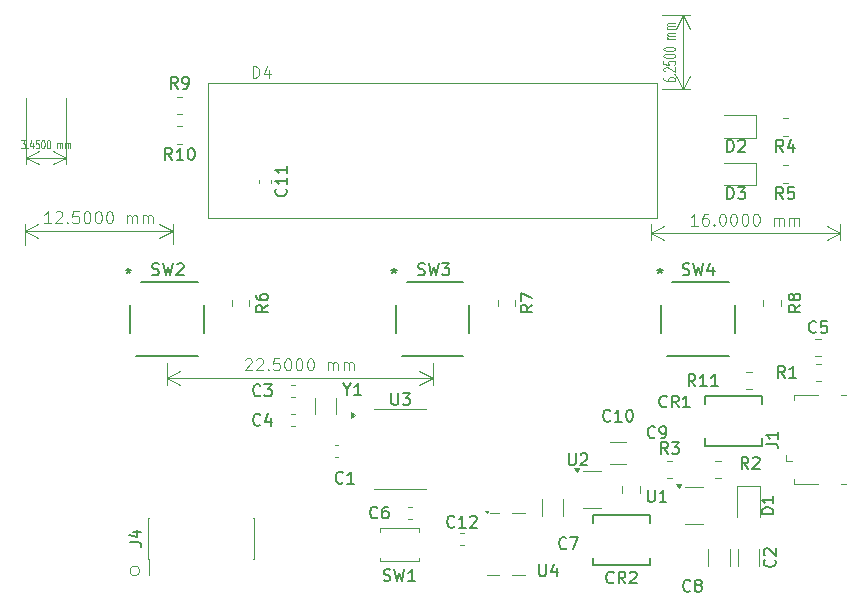
<source format=gbr>
%TF.GenerationSoftware,KiCad,Pcbnew,8.0.5*%
%TF.CreationDate,2024-11-06T09:26:01-07:00*%
%TF.ProjectId,STM32G041F8P6_dev,53544d33-3247-4303-9431-463850365f64,rev?*%
%TF.SameCoordinates,Original*%
%TF.FileFunction,Legend,Top*%
%TF.FilePolarity,Positive*%
%FSLAX46Y46*%
G04 Gerber Fmt 4.6, Leading zero omitted, Abs format (unit mm)*
G04 Created by KiCad (PCBNEW 8.0.5) date 2024-11-06 09:26:01*
%MOMM*%
%LPD*%
G01*
G04 APERTURE LIST*
%ADD10C,0.100000*%
%ADD11C,0.150000*%
%ADD12C,0.120000*%
%ADD13C,0.152400*%
G04 APERTURE END LIST*
D10*
X166224264Y-93600000D02*
G75*
G02*
X165375736Y-93600000I-424264J0D01*
G01*
X165375736Y-93600000D02*
G75*
G02*
X166224264Y-93600000I424264J0D01*
G01*
X156179763Y-57118633D02*
X156489287Y-57118633D01*
X156489287Y-57118633D02*
X156322620Y-57385300D01*
X156322620Y-57385300D02*
X156394049Y-57385300D01*
X156394049Y-57385300D02*
X156441668Y-57418633D01*
X156441668Y-57418633D02*
X156465477Y-57451966D01*
X156465477Y-57451966D02*
X156489287Y-57518633D01*
X156489287Y-57518633D02*
X156489287Y-57685300D01*
X156489287Y-57685300D02*
X156465477Y-57751966D01*
X156465477Y-57751966D02*
X156441668Y-57785300D01*
X156441668Y-57785300D02*
X156394049Y-57818633D01*
X156394049Y-57818633D02*
X156251192Y-57818633D01*
X156251192Y-57818633D02*
X156203573Y-57785300D01*
X156203573Y-57785300D02*
X156179763Y-57751966D01*
X156703572Y-57751966D02*
X156727382Y-57785300D01*
X156727382Y-57785300D02*
X156703572Y-57818633D01*
X156703572Y-57818633D02*
X156679763Y-57785300D01*
X156679763Y-57785300D02*
X156703572Y-57751966D01*
X156703572Y-57751966D02*
X156703572Y-57818633D01*
X157155953Y-57351966D02*
X157155953Y-57818633D01*
X157036905Y-57085300D02*
X156917858Y-57585300D01*
X156917858Y-57585300D02*
X157227381Y-57585300D01*
X157655952Y-57118633D02*
X157417857Y-57118633D01*
X157417857Y-57118633D02*
X157394048Y-57451966D01*
X157394048Y-57451966D02*
X157417857Y-57418633D01*
X157417857Y-57418633D02*
X157465476Y-57385300D01*
X157465476Y-57385300D02*
X157584524Y-57385300D01*
X157584524Y-57385300D02*
X157632143Y-57418633D01*
X157632143Y-57418633D02*
X157655952Y-57451966D01*
X157655952Y-57451966D02*
X157679762Y-57518633D01*
X157679762Y-57518633D02*
X157679762Y-57685300D01*
X157679762Y-57685300D02*
X157655952Y-57751966D01*
X157655952Y-57751966D02*
X157632143Y-57785300D01*
X157632143Y-57785300D02*
X157584524Y-57818633D01*
X157584524Y-57818633D02*
X157465476Y-57818633D01*
X157465476Y-57818633D02*
X157417857Y-57785300D01*
X157417857Y-57785300D02*
X157394048Y-57751966D01*
X157989285Y-57118633D02*
X158036904Y-57118633D01*
X158036904Y-57118633D02*
X158084523Y-57151966D01*
X158084523Y-57151966D02*
X158108333Y-57185300D01*
X158108333Y-57185300D02*
X158132142Y-57251966D01*
X158132142Y-57251966D02*
X158155952Y-57385300D01*
X158155952Y-57385300D02*
X158155952Y-57551966D01*
X158155952Y-57551966D02*
X158132142Y-57685300D01*
X158132142Y-57685300D02*
X158108333Y-57751966D01*
X158108333Y-57751966D02*
X158084523Y-57785300D01*
X158084523Y-57785300D02*
X158036904Y-57818633D01*
X158036904Y-57818633D02*
X157989285Y-57818633D01*
X157989285Y-57818633D02*
X157941666Y-57785300D01*
X157941666Y-57785300D02*
X157917857Y-57751966D01*
X157917857Y-57751966D02*
X157894047Y-57685300D01*
X157894047Y-57685300D02*
X157870238Y-57551966D01*
X157870238Y-57551966D02*
X157870238Y-57385300D01*
X157870238Y-57385300D02*
X157894047Y-57251966D01*
X157894047Y-57251966D02*
X157917857Y-57185300D01*
X157917857Y-57185300D02*
X157941666Y-57151966D01*
X157941666Y-57151966D02*
X157989285Y-57118633D01*
X158465475Y-57118633D02*
X158513094Y-57118633D01*
X158513094Y-57118633D02*
X158560713Y-57151966D01*
X158560713Y-57151966D02*
X158584523Y-57185300D01*
X158584523Y-57185300D02*
X158608332Y-57251966D01*
X158608332Y-57251966D02*
X158632142Y-57385300D01*
X158632142Y-57385300D02*
X158632142Y-57551966D01*
X158632142Y-57551966D02*
X158608332Y-57685300D01*
X158608332Y-57685300D02*
X158584523Y-57751966D01*
X158584523Y-57751966D02*
X158560713Y-57785300D01*
X158560713Y-57785300D02*
X158513094Y-57818633D01*
X158513094Y-57818633D02*
X158465475Y-57818633D01*
X158465475Y-57818633D02*
X158417856Y-57785300D01*
X158417856Y-57785300D02*
X158394047Y-57751966D01*
X158394047Y-57751966D02*
X158370237Y-57685300D01*
X158370237Y-57685300D02*
X158346428Y-57551966D01*
X158346428Y-57551966D02*
X158346428Y-57385300D01*
X158346428Y-57385300D02*
X158370237Y-57251966D01*
X158370237Y-57251966D02*
X158394047Y-57185300D01*
X158394047Y-57185300D02*
X158417856Y-57151966D01*
X158417856Y-57151966D02*
X158465475Y-57118633D01*
X159227379Y-57818633D02*
X159227379Y-57351966D01*
X159227379Y-57418633D02*
X159251189Y-57385300D01*
X159251189Y-57385300D02*
X159298808Y-57351966D01*
X159298808Y-57351966D02*
X159370236Y-57351966D01*
X159370236Y-57351966D02*
X159417855Y-57385300D01*
X159417855Y-57385300D02*
X159441665Y-57451966D01*
X159441665Y-57451966D02*
X159441665Y-57818633D01*
X159441665Y-57451966D02*
X159465474Y-57385300D01*
X159465474Y-57385300D02*
X159513093Y-57351966D01*
X159513093Y-57351966D02*
X159584522Y-57351966D01*
X159584522Y-57351966D02*
X159632141Y-57385300D01*
X159632141Y-57385300D02*
X159655951Y-57451966D01*
X159655951Y-57451966D02*
X159655951Y-57818633D01*
X159894046Y-57818633D02*
X159894046Y-57351966D01*
X159894046Y-57418633D02*
X159917856Y-57385300D01*
X159917856Y-57385300D02*
X159965475Y-57351966D01*
X159965475Y-57351966D02*
X160036903Y-57351966D01*
X160036903Y-57351966D02*
X160084522Y-57385300D01*
X160084522Y-57385300D02*
X160108332Y-57451966D01*
X160108332Y-57451966D02*
X160108332Y-57818633D01*
X160108332Y-57451966D02*
X160132141Y-57385300D01*
X160132141Y-57385300D02*
X160179760Y-57351966D01*
X160179760Y-57351966D02*
X160251189Y-57351966D01*
X160251189Y-57351966D02*
X160298808Y-57385300D01*
X160298808Y-57385300D02*
X160322618Y-57451966D01*
X160322618Y-57451966D02*
X160322618Y-57818633D01*
X160000000Y-53600000D02*
X160000000Y-59186420D01*
X156550000Y-53600000D02*
X156550000Y-59186420D01*
X160000000Y-58600000D02*
X156550000Y-58600000D01*
X160000000Y-58600000D02*
X156550000Y-58600000D01*
X160000000Y-58600000D02*
X158873496Y-59186421D01*
X160000000Y-58600000D02*
X158873496Y-58013579D01*
X156550000Y-58600000D02*
X157676504Y-58013579D01*
X156550000Y-58600000D02*
X157676504Y-59186421D01*
X175130954Y-75702657D02*
X175178573Y-75655038D01*
X175178573Y-75655038D02*
X175273811Y-75607419D01*
X175273811Y-75607419D02*
X175511906Y-75607419D01*
X175511906Y-75607419D02*
X175607144Y-75655038D01*
X175607144Y-75655038D02*
X175654763Y-75702657D01*
X175654763Y-75702657D02*
X175702382Y-75797895D01*
X175702382Y-75797895D02*
X175702382Y-75893133D01*
X175702382Y-75893133D02*
X175654763Y-76035990D01*
X175654763Y-76035990D02*
X175083335Y-76607419D01*
X175083335Y-76607419D02*
X175702382Y-76607419D01*
X176083335Y-75702657D02*
X176130954Y-75655038D01*
X176130954Y-75655038D02*
X176226192Y-75607419D01*
X176226192Y-75607419D02*
X176464287Y-75607419D01*
X176464287Y-75607419D02*
X176559525Y-75655038D01*
X176559525Y-75655038D02*
X176607144Y-75702657D01*
X176607144Y-75702657D02*
X176654763Y-75797895D01*
X176654763Y-75797895D02*
X176654763Y-75893133D01*
X176654763Y-75893133D02*
X176607144Y-76035990D01*
X176607144Y-76035990D02*
X176035716Y-76607419D01*
X176035716Y-76607419D02*
X176654763Y-76607419D01*
X177083335Y-76512180D02*
X177130954Y-76559800D01*
X177130954Y-76559800D02*
X177083335Y-76607419D01*
X177083335Y-76607419D02*
X177035716Y-76559800D01*
X177035716Y-76559800D02*
X177083335Y-76512180D01*
X177083335Y-76512180D02*
X177083335Y-76607419D01*
X178035715Y-75607419D02*
X177559525Y-75607419D01*
X177559525Y-75607419D02*
X177511906Y-76083609D01*
X177511906Y-76083609D02*
X177559525Y-76035990D01*
X177559525Y-76035990D02*
X177654763Y-75988371D01*
X177654763Y-75988371D02*
X177892858Y-75988371D01*
X177892858Y-75988371D02*
X177988096Y-76035990D01*
X177988096Y-76035990D02*
X178035715Y-76083609D01*
X178035715Y-76083609D02*
X178083334Y-76178847D01*
X178083334Y-76178847D02*
X178083334Y-76416942D01*
X178083334Y-76416942D02*
X178035715Y-76512180D01*
X178035715Y-76512180D02*
X177988096Y-76559800D01*
X177988096Y-76559800D02*
X177892858Y-76607419D01*
X177892858Y-76607419D02*
X177654763Y-76607419D01*
X177654763Y-76607419D02*
X177559525Y-76559800D01*
X177559525Y-76559800D02*
X177511906Y-76512180D01*
X178702382Y-75607419D02*
X178797620Y-75607419D01*
X178797620Y-75607419D02*
X178892858Y-75655038D01*
X178892858Y-75655038D02*
X178940477Y-75702657D01*
X178940477Y-75702657D02*
X178988096Y-75797895D01*
X178988096Y-75797895D02*
X179035715Y-75988371D01*
X179035715Y-75988371D02*
X179035715Y-76226466D01*
X179035715Y-76226466D02*
X178988096Y-76416942D01*
X178988096Y-76416942D02*
X178940477Y-76512180D01*
X178940477Y-76512180D02*
X178892858Y-76559800D01*
X178892858Y-76559800D02*
X178797620Y-76607419D01*
X178797620Y-76607419D02*
X178702382Y-76607419D01*
X178702382Y-76607419D02*
X178607144Y-76559800D01*
X178607144Y-76559800D02*
X178559525Y-76512180D01*
X178559525Y-76512180D02*
X178511906Y-76416942D01*
X178511906Y-76416942D02*
X178464287Y-76226466D01*
X178464287Y-76226466D02*
X178464287Y-75988371D01*
X178464287Y-75988371D02*
X178511906Y-75797895D01*
X178511906Y-75797895D02*
X178559525Y-75702657D01*
X178559525Y-75702657D02*
X178607144Y-75655038D01*
X178607144Y-75655038D02*
X178702382Y-75607419D01*
X179654763Y-75607419D02*
X179750001Y-75607419D01*
X179750001Y-75607419D02*
X179845239Y-75655038D01*
X179845239Y-75655038D02*
X179892858Y-75702657D01*
X179892858Y-75702657D02*
X179940477Y-75797895D01*
X179940477Y-75797895D02*
X179988096Y-75988371D01*
X179988096Y-75988371D02*
X179988096Y-76226466D01*
X179988096Y-76226466D02*
X179940477Y-76416942D01*
X179940477Y-76416942D02*
X179892858Y-76512180D01*
X179892858Y-76512180D02*
X179845239Y-76559800D01*
X179845239Y-76559800D02*
X179750001Y-76607419D01*
X179750001Y-76607419D02*
X179654763Y-76607419D01*
X179654763Y-76607419D02*
X179559525Y-76559800D01*
X179559525Y-76559800D02*
X179511906Y-76512180D01*
X179511906Y-76512180D02*
X179464287Y-76416942D01*
X179464287Y-76416942D02*
X179416668Y-76226466D01*
X179416668Y-76226466D02*
X179416668Y-75988371D01*
X179416668Y-75988371D02*
X179464287Y-75797895D01*
X179464287Y-75797895D02*
X179511906Y-75702657D01*
X179511906Y-75702657D02*
X179559525Y-75655038D01*
X179559525Y-75655038D02*
X179654763Y-75607419D01*
X180607144Y-75607419D02*
X180702382Y-75607419D01*
X180702382Y-75607419D02*
X180797620Y-75655038D01*
X180797620Y-75655038D02*
X180845239Y-75702657D01*
X180845239Y-75702657D02*
X180892858Y-75797895D01*
X180892858Y-75797895D02*
X180940477Y-75988371D01*
X180940477Y-75988371D02*
X180940477Y-76226466D01*
X180940477Y-76226466D02*
X180892858Y-76416942D01*
X180892858Y-76416942D02*
X180845239Y-76512180D01*
X180845239Y-76512180D02*
X180797620Y-76559800D01*
X180797620Y-76559800D02*
X180702382Y-76607419D01*
X180702382Y-76607419D02*
X180607144Y-76607419D01*
X180607144Y-76607419D02*
X180511906Y-76559800D01*
X180511906Y-76559800D02*
X180464287Y-76512180D01*
X180464287Y-76512180D02*
X180416668Y-76416942D01*
X180416668Y-76416942D02*
X180369049Y-76226466D01*
X180369049Y-76226466D02*
X180369049Y-75988371D01*
X180369049Y-75988371D02*
X180416668Y-75797895D01*
X180416668Y-75797895D02*
X180464287Y-75702657D01*
X180464287Y-75702657D02*
X180511906Y-75655038D01*
X180511906Y-75655038D02*
X180607144Y-75607419D01*
X182130954Y-76607419D02*
X182130954Y-75940752D01*
X182130954Y-76035990D02*
X182178573Y-75988371D01*
X182178573Y-75988371D02*
X182273811Y-75940752D01*
X182273811Y-75940752D02*
X182416668Y-75940752D01*
X182416668Y-75940752D02*
X182511906Y-75988371D01*
X182511906Y-75988371D02*
X182559525Y-76083609D01*
X182559525Y-76083609D02*
X182559525Y-76607419D01*
X182559525Y-76083609D02*
X182607144Y-75988371D01*
X182607144Y-75988371D02*
X182702382Y-75940752D01*
X182702382Y-75940752D02*
X182845239Y-75940752D01*
X182845239Y-75940752D02*
X182940478Y-75988371D01*
X182940478Y-75988371D02*
X182988097Y-76083609D01*
X182988097Y-76083609D02*
X182988097Y-76607419D01*
X183464287Y-76607419D02*
X183464287Y-75940752D01*
X183464287Y-76035990D02*
X183511906Y-75988371D01*
X183511906Y-75988371D02*
X183607144Y-75940752D01*
X183607144Y-75940752D02*
X183750001Y-75940752D01*
X183750001Y-75940752D02*
X183845239Y-75988371D01*
X183845239Y-75988371D02*
X183892858Y-76083609D01*
X183892858Y-76083609D02*
X183892858Y-76607419D01*
X183892858Y-76083609D02*
X183940477Y-75988371D01*
X183940477Y-75988371D02*
X184035715Y-75940752D01*
X184035715Y-75940752D02*
X184178572Y-75940752D01*
X184178572Y-75940752D02*
X184273811Y-75988371D01*
X184273811Y-75988371D02*
X184321430Y-76083609D01*
X184321430Y-76083609D02*
X184321430Y-76607419D01*
X168500000Y-75990601D02*
X168500000Y-77836420D01*
X191000001Y-75990601D02*
X191000001Y-77836420D01*
X168500000Y-77250000D02*
X191000001Y-77250000D01*
X168500000Y-77250000D02*
X191000001Y-77250000D01*
X168500000Y-77250000D02*
X169626504Y-76663579D01*
X168500000Y-77250000D02*
X169626504Y-77836421D01*
X191000001Y-77250000D02*
X189873497Y-77836421D01*
X191000001Y-77250000D02*
X189873497Y-76663579D01*
X158701777Y-64155340D02*
X158130349Y-64155880D01*
X158416063Y-64155610D02*
X158415119Y-63155610D01*
X158415119Y-63155610D02*
X158320016Y-63298557D01*
X158320016Y-63298557D02*
X158224867Y-63393885D01*
X158224867Y-63393885D02*
X158129674Y-63441594D01*
X159081875Y-63250219D02*
X159129449Y-63202555D01*
X159129449Y-63202555D02*
X159224642Y-63154846D01*
X159224642Y-63154846D02*
X159462737Y-63154622D01*
X159462737Y-63154622D02*
X159558020Y-63202151D01*
X159558020Y-63202151D02*
X159605684Y-63249725D01*
X159605684Y-63249725D02*
X159653393Y-63344918D01*
X159653393Y-63344918D02*
X159653483Y-63440156D01*
X159653483Y-63440156D02*
X159605999Y-63583058D01*
X159605999Y-63583058D02*
X159035110Y-64155026D01*
X159035110Y-64155026D02*
X159654157Y-64154441D01*
X160082639Y-64058799D02*
X160130303Y-64106373D01*
X160130303Y-64106373D02*
X160082729Y-64154037D01*
X160082729Y-64154037D02*
X160035065Y-64106463D01*
X160035065Y-64106463D02*
X160082639Y-64058799D01*
X160082639Y-64058799D02*
X160082729Y-64154037D01*
X161034165Y-63153138D02*
X160557975Y-63153588D01*
X160557975Y-63153588D02*
X160510805Y-63629823D01*
X160510805Y-63629823D02*
X160558379Y-63582159D01*
X160558379Y-63582159D02*
X160653572Y-63534450D01*
X160653572Y-63534450D02*
X160891667Y-63534225D01*
X160891667Y-63534225D02*
X160986950Y-63581754D01*
X160986950Y-63581754D02*
X161034614Y-63629328D01*
X161034614Y-63629328D02*
X161082323Y-63724521D01*
X161082323Y-63724521D02*
X161082548Y-63962617D01*
X161082548Y-63962617D02*
X161035019Y-64057900D01*
X161035019Y-64057900D02*
X160987445Y-64105564D01*
X160987445Y-64105564D02*
X160892252Y-64153272D01*
X160892252Y-64153272D02*
X160654157Y-64153497D01*
X160654157Y-64153497D02*
X160558874Y-64105968D01*
X160558874Y-64105968D02*
X160511210Y-64058394D01*
X161700831Y-63152509D02*
X161796069Y-63152419D01*
X161796069Y-63152419D02*
X161891352Y-63199948D01*
X161891352Y-63199948D02*
X161939016Y-63247522D01*
X161939016Y-63247522D02*
X161986725Y-63342715D01*
X161986725Y-63342715D02*
X162034524Y-63533146D01*
X162034524Y-63533146D02*
X162034749Y-63771241D01*
X162034749Y-63771241D02*
X161987310Y-63961762D01*
X161987310Y-63961762D02*
X161939780Y-64057045D01*
X161939780Y-64057045D02*
X161892206Y-64104709D01*
X161892206Y-64104709D02*
X161797013Y-64152418D01*
X161797013Y-64152418D02*
X161701775Y-64152508D01*
X161701775Y-64152508D02*
X161606492Y-64104979D01*
X161606492Y-64104979D02*
X161558828Y-64057405D01*
X161558828Y-64057405D02*
X161511119Y-63962212D01*
X161511119Y-63962212D02*
X161463320Y-63771781D01*
X161463320Y-63771781D02*
X161463096Y-63533686D01*
X161463096Y-63533686D02*
X161510535Y-63343165D01*
X161510535Y-63343165D02*
X161558064Y-63247882D01*
X161558064Y-63247882D02*
X161605638Y-63200218D01*
X161605638Y-63200218D02*
X161700831Y-63152509D01*
X162653212Y-63151610D02*
X162748450Y-63151520D01*
X162748450Y-63151520D02*
X162843733Y-63199049D01*
X162843733Y-63199049D02*
X162891397Y-63246623D01*
X162891397Y-63246623D02*
X162939106Y-63341816D01*
X162939106Y-63341816D02*
X162986905Y-63532247D01*
X162986905Y-63532247D02*
X162987129Y-63770342D01*
X162987129Y-63770342D02*
X162939690Y-63960863D01*
X162939690Y-63960863D02*
X162892161Y-64056146D01*
X162892161Y-64056146D02*
X162844587Y-64103810D01*
X162844587Y-64103810D02*
X162749394Y-64151519D01*
X162749394Y-64151519D02*
X162654156Y-64151609D01*
X162654156Y-64151609D02*
X162558873Y-64104080D01*
X162558873Y-64104080D02*
X162511209Y-64056506D01*
X162511209Y-64056506D02*
X162463500Y-63961313D01*
X162463500Y-63961313D02*
X162415701Y-63770882D01*
X162415701Y-63770882D02*
X162415476Y-63532787D01*
X162415476Y-63532787D02*
X162462915Y-63342266D01*
X162462915Y-63342266D02*
X162510445Y-63246983D01*
X162510445Y-63246983D02*
X162558019Y-63199319D01*
X162558019Y-63199319D02*
X162653212Y-63151610D01*
X163605592Y-63150711D02*
X163700830Y-63150621D01*
X163700830Y-63150621D02*
X163796113Y-63198150D01*
X163796113Y-63198150D02*
X163843777Y-63245724D01*
X163843777Y-63245724D02*
X163891486Y-63340917D01*
X163891486Y-63340917D02*
X163939285Y-63531348D01*
X163939285Y-63531348D02*
X163939510Y-63769443D01*
X163939510Y-63769443D02*
X163892071Y-63959964D01*
X163892071Y-63959964D02*
X163844542Y-64055247D01*
X163844542Y-64055247D02*
X163796968Y-64102911D01*
X163796968Y-64102911D02*
X163701774Y-64150620D01*
X163701774Y-64150620D02*
X163606536Y-64150710D01*
X163606536Y-64150710D02*
X163511253Y-64103181D01*
X163511253Y-64103181D02*
X163463589Y-64055607D01*
X163463589Y-64055607D02*
X163415880Y-63960414D01*
X163415880Y-63960414D02*
X163368082Y-63769983D01*
X163368082Y-63769983D02*
X163367857Y-63531888D01*
X163367857Y-63531888D02*
X163415296Y-63341367D01*
X163415296Y-63341367D02*
X163462825Y-63246084D01*
X163462825Y-63246084D02*
X163510399Y-63198420D01*
X163510399Y-63198420D02*
X163605592Y-63150711D01*
X165130345Y-64149272D02*
X165129716Y-63482605D01*
X165129806Y-63577843D02*
X165177380Y-63530179D01*
X165177380Y-63530179D02*
X165272573Y-63482470D01*
X165272573Y-63482470D02*
X165415430Y-63482336D01*
X165415430Y-63482336D02*
X165510713Y-63529865D01*
X165510713Y-63529865D02*
X165558422Y-63625058D01*
X165558422Y-63625058D02*
X165558917Y-64148867D01*
X165558422Y-63625058D02*
X165605951Y-63529775D01*
X165605951Y-63529775D02*
X165701144Y-63482066D01*
X165701144Y-63482066D02*
X165844002Y-63481931D01*
X165844002Y-63481931D02*
X165939285Y-63529460D01*
X165939285Y-63529460D02*
X165986993Y-63624653D01*
X165986993Y-63624653D02*
X165987488Y-64148463D01*
X166463678Y-64148013D02*
X166463049Y-63481347D01*
X166463138Y-63576585D02*
X166510713Y-63528921D01*
X166510713Y-63528921D02*
X166605906Y-63481212D01*
X166605906Y-63481212D02*
X166748763Y-63481077D01*
X166748763Y-63481077D02*
X166844046Y-63528606D01*
X166844046Y-63528606D02*
X166891755Y-63623799D01*
X166891755Y-63623799D02*
X166892249Y-64147608D01*
X166891755Y-63623799D02*
X166939284Y-63528516D01*
X166939284Y-63528516D02*
X167034477Y-63480807D01*
X167034477Y-63480807D02*
X167177334Y-63480672D01*
X167177334Y-63480672D02*
X167272617Y-63528202D01*
X167272617Y-63528202D02*
X167320326Y-63623395D01*
X167320326Y-63623395D02*
X167320820Y-64147204D01*
X169001100Y-65953764D02*
X168999446Y-64201781D01*
X156501100Y-65965563D02*
X156499446Y-64213580D01*
X169000000Y-64788201D02*
X156500000Y-64800000D01*
X169000000Y-64788201D02*
X156500000Y-64800000D01*
X169000000Y-64788201D02*
X167874050Y-65375685D01*
X169000000Y-64788201D02*
X167872943Y-64202844D01*
X156500000Y-64800000D02*
X157625950Y-64212516D01*
X156500000Y-64800000D02*
X157627057Y-65385357D01*
X213452381Y-64357419D02*
X212880953Y-64357419D01*
X213166667Y-64357419D02*
X213166667Y-63357419D01*
X213166667Y-63357419D02*
X213071429Y-63500276D01*
X213071429Y-63500276D02*
X212976191Y-63595514D01*
X212976191Y-63595514D02*
X212880953Y-63643133D01*
X214309524Y-63357419D02*
X214119048Y-63357419D01*
X214119048Y-63357419D02*
X214023810Y-63405038D01*
X214023810Y-63405038D02*
X213976191Y-63452657D01*
X213976191Y-63452657D02*
X213880953Y-63595514D01*
X213880953Y-63595514D02*
X213833334Y-63785990D01*
X213833334Y-63785990D02*
X213833334Y-64166942D01*
X213833334Y-64166942D02*
X213880953Y-64262180D01*
X213880953Y-64262180D02*
X213928572Y-64309800D01*
X213928572Y-64309800D02*
X214023810Y-64357419D01*
X214023810Y-64357419D02*
X214214286Y-64357419D01*
X214214286Y-64357419D02*
X214309524Y-64309800D01*
X214309524Y-64309800D02*
X214357143Y-64262180D01*
X214357143Y-64262180D02*
X214404762Y-64166942D01*
X214404762Y-64166942D02*
X214404762Y-63928847D01*
X214404762Y-63928847D02*
X214357143Y-63833609D01*
X214357143Y-63833609D02*
X214309524Y-63785990D01*
X214309524Y-63785990D02*
X214214286Y-63738371D01*
X214214286Y-63738371D02*
X214023810Y-63738371D01*
X214023810Y-63738371D02*
X213928572Y-63785990D01*
X213928572Y-63785990D02*
X213880953Y-63833609D01*
X213880953Y-63833609D02*
X213833334Y-63928847D01*
X214833334Y-64262180D02*
X214880953Y-64309800D01*
X214880953Y-64309800D02*
X214833334Y-64357419D01*
X214833334Y-64357419D02*
X214785715Y-64309800D01*
X214785715Y-64309800D02*
X214833334Y-64262180D01*
X214833334Y-64262180D02*
X214833334Y-64357419D01*
X215500000Y-63357419D02*
X215595238Y-63357419D01*
X215595238Y-63357419D02*
X215690476Y-63405038D01*
X215690476Y-63405038D02*
X215738095Y-63452657D01*
X215738095Y-63452657D02*
X215785714Y-63547895D01*
X215785714Y-63547895D02*
X215833333Y-63738371D01*
X215833333Y-63738371D02*
X215833333Y-63976466D01*
X215833333Y-63976466D02*
X215785714Y-64166942D01*
X215785714Y-64166942D02*
X215738095Y-64262180D01*
X215738095Y-64262180D02*
X215690476Y-64309800D01*
X215690476Y-64309800D02*
X215595238Y-64357419D01*
X215595238Y-64357419D02*
X215500000Y-64357419D01*
X215500000Y-64357419D02*
X215404762Y-64309800D01*
X215404762Y-64309800D02*
X215357143Y-64262180D01*
X215357143Y-64262180D02*
X215309524Y-64166942D01*
X215309524Y-64166942D02*
X215261905Y-63976466D01*
X215261905Y-63976466D02*
X215261905Y-63738371D01*
X215261905Y-63738371D02*
X215309524Y-63547895D01*
X215309524Y-63547895D02*
X215357143Y-63452657D01*
X215357143Y-63452657D02*
X215404762Y-63405038D01*
X215404762Y-63405038D02*
X215500000Y-63357419D01*
X216452381Y-63357419D02*
X216547619Y-63357419D01*
X216547619Y-63357419D02*
X216642857Y-63405038D01*
X216642857Y-63405038D02*
X216690476Y-63452657D01*
X216690476Y-63452657D02*
X216738095Y-63547895D01*
X216738095Y-63547895D02*
X216785714Y-63738371D01*
X216785714Y-63738371D02*
X216785714Y-63976466D01*
X216785714Y-63976466D02*
X216738095Y-64166942D01*
X216738095Y-64166942D02*
X216690476Y-64262180D01*
X216690476Y-64262180D02*
X216642857Y-64309800D01*
X216642857Y-64309800D02*
X216547619Y-64357419D01*
X216547619Y-64357419D02*
X216452381Y-64357419D01*
X216452381Y-64357419D02*
X216357143Y-64309800D01*
X216357143Y-64309800D02*
X216309524Y-64262180D01*
X216309524Y-64262180D02*
X216261905Y-64166942D01*
X216261905Y-64166942D02*
X216214286Y-63976466D01*
X216214286Y-63976466D02*
X216214286Y-63738371D01*
X216214286Y-63738371D02*
X216261905Y-63547895D01*
X216261905Y-63547895D02*
X216309524Y-63452657D01*
X216309524Y-63452657D02*
X216357143Y-63405038D01*
X216357143Y-63405038D02*
X216452381Y-63357419D01*
X217404762Y-63357419D02*
X217500000Y-63357419D01*
X217500000Y-63357419D02*
X217595238Y-63405038D01*
X217595238Y-63405038D02*
X217642857Y-63452657D01*
X217642857Y-63452657D02*
X217690476Y-63547895D01*
X217690476Y-63547895D02*
X217738095Y-63738371D01*
X217738095Y-63738371D02*
X217738095Y-63976466D01*
X217738095Y-63976466D02*
X217690476Y-64166942D01*
X217690476Y-64166942D02*
X217642857Y-64262180D01*
X217642857Y-64262180D02*
X217595238Y-64309800D01*
X217595238Y-64309800D02*
X217500000Y-64357419D01*
X217500000Y-64357419D02*
X217404762Y-64357419D01*
X217404762Y-64357419D02*
X217309524Y-64309800D01*
X217309524Y-64309800D02*
X217261905Y-64262180D01*
X217261905Y-64262180D02*
X217214286Y-64166942D01*
X217214286Y-64166942D02*
X217166667Y-63976466D01*
X217166667Y-63976466D02*
X217166667Y-63738371D01*
X217166667Y-63738371D02*
X217214286Y-63547895D01*
X217214286Y-63547895D02*
X217261905Y-63452657D01*
X217261905Y-63452657D02*
X217309524Y-63405038D01*
X217309524Y-63405038D02*
X217404762Y-63357419D01*
X218357143Y-63357419D02*
X218452381Y-63357419D01*
X218452381Y-63357419D02*
X218547619Y-63405038D01*
X218547619Y-63405038D02*
X218595238Y-63452657D01*
X218595238Y-63452657D02*
X218642857Y-63547895D01*
X218642857Y-63547895D02*
X218690476Y-63738371D01*
X218690476Y-63738371D02*
X218690476Y-63976466D01*
X218690476Y-63976466D02*
X218642857Y-64166942D01*
X218642857Y-64166942D02*
X218595238Y-64262180D01*
X218595238Y-64262180D02*
X218547619Y-64309800D01*
X218547619Y-64309800D02*
X218452381Y-64357419D01*
X218452381Y-64357419D02*
X218357143Y-64357419D01*
X218357143Y-64357419D02*
X218261905Y-64309800D01*
X218261905Y-64309800D02*
X218214286Y-64262180D01*
X218214286Y-64262180D02*
X218166667Y-64166942D01*
X218166667Y-64166942D02*
X218119048Y-63976466D01*
X218119048Y-63976466D02*
X218119048Y-63738371D01*
X218119048Y-63738371D02*
X218166667Y-63547895D01*
X218166667Y-63547895D02*
X218214286Y-63452657D01*
X218214286Y-63452657D02*
X218261905Y-63405038D01*
X218261905Y-63405038D02*
X218357143Y-63357419D01*
X219880953Y-64357419D02*
X219880953Y-63690752D01*
X219880953Y-63785990D02*
X219928572Y-63738371D01*
X219928572Y-63738371D02*
X220023810Y-63690752D01*
X220023810Y-63690752D02*
X220166667Y-63690752D01*
X220166667Y-63690752D02*
X220261905Y-63738371D01*
X220261905Y-63738371D02*
X220309524Y-63833609D01*
X220309524Y-63833609D02*
X220309524Y-64357419D01*
X220309524Y-63833609D02*
X220357143Y-63738371D01*
X220357143Y-63738371D02*
X220452381Y-63690752D01*
X220452381Y-63690752D02*
X220595238Y-63690752D01*
X220595238Y-63690752D02*
X220690477Y-63738371D01*
X220690477Y-63738371D02*
X220738096Y-63833609D01*
X220738096Y-63833609D02*
X220738096Y-64357419D01*
X221214286Y-64357419D02*
X221214286Y-63690752D01*
X221214286Y-63785990D02*
X221261905Y-63738371D01*
X221261905Y-63738371D02*
X221357143Y-63690752D01*
X221357143Y-63690752D02*
X221500000Y-63690752D01*
X221500000Y-63690752D02*
X221595238Y-63738371D01*
X221595238Y-63738371D02*
X221642857Y-63833609D01*
X221642857Y-63833609D02*
X221642857Y-64357419D01*
X221642857Y-63833609D02*
X221690476Y-63738371D01*
X221690476Y-63738371D02*
X221785714Y-63690752D01*
X221785714Y-63690752D02*
X221928571Y-63690752D01*
X221928571Y-63690752D02*
X222023810Y-63738371D01*
X222023810Y-63738371D02*
X222071429Y-63833609D01*
X222071429Y-63833609D02*
X222071429Y-64357419D01*
X209500000Y-64250000D02*
X209500000Y-65586420D01*
X225500000Y-64250000D02*
X225500000Y-65586420D01*
X209500000Y-65000000D02*
X225500000Y-65000000D01*
X209500000Y-65000000D02*
X225500000Y-65000000D01*
X209500000Y-65000000D02*
X210626504Y-64413579D01*
X209500000Y-65000000D02*
X210626504Y-65586421D01*
X225500000Y-65000000D02*
X224373496Y-65586421D01*
X225500000Y-65000000D02*
X224373496Y-64413579D01*
X210557419Y-51875001D02*
X210557419Y-51989286D01*
X210557419Y-51989286D02*
X210605038Y-52046429D01*
X210605038Y-52046429D02*
X210652657Y-52075001D01*
X210652657Y-52075001D02*
X210795514Y-52132143D01*
X210795514Y-52132143D02*
X210985990Y-52160715D01*
X210985990Y-52160715D02*
X211366942Y-52160715D01*
X211366942Y-52160715D02*
X211462180Y-52132143D01*
X211462180Y-52132143D02*
X211509800Y-52103572D01*
X211509800Y-52103572D02*
X211557419Y-52046429D01*
X211557419Y-52046429D02*
X211557419Y-51932143D01*
X211557419Y-51932143D02*
X211509800Y-51875001D01*
X211509800Y-51875001D02*
X211462180Y-51846429D01*
X211462180Y-51846429D02*
X211366942Y-51817858D01*
X211366942Y-51817858D02*
X211128847Y-51817858D01*
X211128847Y-51817858D02*
X211033609Y-51846429D01*
X211033609Y-51846429D02*
X210985990Y-51875001D01*
X210985990Y-51875001D02*
X210938371Y-51932143D01*
X210938371Y-51932143D02*
X210938371Y-52046429D01*
X210938371Y-52046429D02*
X210985990Y-52103572D01*
X210985990Y-52103572D02*
X211033609Y-52132143D01*
X211033609Y-52132143D02*
X211128847Y-52160715D01*
X211462180Y-51560714D02*
X211509800Y-51532143D01*
X211509800Y-51532143D02*
X211557419Y-51560714D01*
X211557419Y-51560714D02*
X211509800Y-51589286D01*
X211509800Y-51589286D02*
X211462180Y-51560714D01*
X211462180Y-51560714D02*
X211557419Y-51560714D01*
X210652657Y-51303572D02*
X210605038Y-51275000D01*
X210605038Y-51275000D02*
X210557419Y-51217858D01*
X210557419Y-51217858D02*
X210557419Y-51075000D01*
X210557419Y-51075000D02*
X210605038Y-51017858D01*
X210605038Y-51017858D02*
X210652657Y-50989286D01*
X210652657Y-50989286D02*
X210747895Y-50960715D01*
X210747895Y-50960715D02*
X210843133Y-50960715D01*
X210843133Y-50960715D02*
X210985990Y-50989286D01*
X210985990Y-50989286D02*
X211557419Y-51332143D01*
X211557419Y-51332143D02*
X211557419Y-50960715D01*
X210557419Y-50417857D02*
X210557419Y-50703571D01*
X210557419Y-50703571D02*
X211033609Y-50732143D01*
X211033609Y-50732143D02*
X210985990Y-50703571D01*
X210985990Y-50703571D02*
X210938371Y-50646429D01*
X210938371Y-50646429D02*
X210938371Y-50503571D01*
X210938371Y-50503571D02*
X210985990Y-50446429D01*
X210985990Y-50446429D02*
X211033609Y-50417857D01*
X211033609Y-50417857D02*
X211128847Y-50389286D01*
X211128847Y-50389286D02*
X211366942Y-50389286D01*
X211366942Y-50389286D02*
X211462180Y-50417857D01*
X211462180Y-50417857D02*
X211509800Y-50446429D01*
X211509800Y-50446429D02*
X211557419Y-50503571D01*
X211557419Y-50503571D02*
X211557419Y-50646429D01*
X211557419Y-50646429D02*
X211509800Y-50703571D01*
X211509800Y-50703571D02*
X211462180Y-50732143D01*
X210557419Y-50017857D02*
X210557419Y-49960714D01*
X210557419Y-49960714D02*
X210605038Y-49903571D01*
X210605038Y-49903571D02*
X210652657Y-49875000D01*
X210652657Y-49875000D02*
X210747895Y-49846428D01*
X210747895Y-49846428D02*
X210938371Y-49817857D01*
X210938371Y-49817857D02*
X211176466Y-49817857D01*
X211176466Y-49817857D02*
X211366942Y-49846428D01*
X211366942Y-49846428D02*
X211462180Y-49875000D01*
X211462180Y-49875000D02*
X211509800Y-49903571D01*
X211509800Y-49903571D02*
X211557419Y-49960714D01*
X211557419Y-49960714D02*
X211557419Y-50017857D01*
X211557419Y-50017857D02*
X211509800Y-50075000D01*
X211509800Y-50075000D02*
X211462180Y-50103571D01*
X211462180Y-50103571D02*
X211366942Y-50132142D01*
X211366942Y-50132142D02*
X211176466Y-50160714D01*
X211176466Y-50160714D02*
X210938371Y-50160714D01*
X210938371Y-50160714D02*
X210747895Y-50132142D01*
X210747895Y-50132142D02*
X210652657Y-50103571D01*
X210652657Y-50103571D02*
X210605038Y-50075000D01*
X210605038Y-50075000D02*
X210557419Y-50017857D01*
X210557419Y-49446428D02*
X210557419Y-49389285D01*
X210557419Y-49389285D02*
X210605038Y-49332142D01*
X210605038Y-49332142D02*
X210652657Y-49303571D01*
X210652657Y-49303571D02*
X210747895Y-49274999D01*
X210747895Y-49274999D02*
X210938371Y-49246428D01*
X210938371Y-49246428D02*
X211176466Y-49246428D01*
X211176466Y-49246428D02*
X211366942Y-49274999D01*
X211366942Y-49274999D02*
X211462180Y-49303571D01*
X211462180Y-49303571D02*
X211509800Y-49332142D01*
X211509800Y-49332142D02*
X211557419Y-49389285D01*
X211557419Y-49389285D02*
X211557419Y-49446428D01*
X211557419Y-49446428D02*
X211509800Y-49503571D01*
X211509800Y-49503571D02*
X211462180Y-49532142D01*
X211462180Y-49532142D02*
X211366942Y-49560713D01*
X211366942Y-49560713D02*
X211176466Y-49589285D01*
X211176466Y-49589285D02*
X210938371Y-49589285D01*
X210938371Y-49589285D02*
X210747895Y-49560713D01*
X210747895Y-49560713D02*
X210652657Y-49532142D01*
X210652657Y-49532142D02*
X210605038Y-49503571D01*
X210605038Y-49503571D02*
X210557419Y-49446428D01*
X211557419Y-48532141D02*
X210890752Y-48532141D01*
X210985990Y-48532141D02*
X210938371Y-48503570D01*
X210938371Y-48503570D02*
X210890752Y-48446427D01*
X210890752Y-48446427D02*
X210890752Y-48360713D01*
X210890752Y-48360713D02*
X210938371Y-48303570D01*
X210938371Y-48303570D02*
X211033609Y-48274999D01*
X211033609Y-48274999D02*
X211557419Y-48274999D01*
X211033609Y-48274999D02*
X210938371Y-48246427D01*
X210938371Y-48246427D02*
X210890752Y-48189284D01*
X210890752Y-48189284D02*
X210890752Y-48103570D01*
X210890752Y-48103570D02*
X210938371Y-48046427D01*
X210938371Y-48046427D02*
X211033609Y-48017856D01*
X211033609Y-48017856D02*
X211557419Y-48017856D01*
X211557419Y-47732141D02*
X210890752Y-47732141D01*
X210985990Y-47732141D02*
X210938371Y-47703570D01*
X210938371Y-47703570D02*
X210890752Y-47646427D01*
X210890752Y-47646427D02*
X210890752Y-47560713D01*
X210890752Y-47560713D02*
X210938371Y-47503570D01*
X210938371Y-47503570D02*
X211033609Y-47474999D01*
X211033609Y-47474999D02*
X211557419Y-47474999D01*
X211033609Y-47474999D02*
X210938371Y-47446427D01*
X210938371Y-47446427D02*
X210890752Y-47389284D01*
X210890752Y-47389284D02*
X210890752Y-47303570D01*
X210890752Y-47303570D02*
X210938371Y-47246427D01*
X210938371Y-47246427D02*
X211033609Y-47217856D01*
X211033609Y-47217856D02*
X211557419Y-47217856D01*
X210450000Y-52800000D02*
X212786420Y-52800000D01*
X210450000Y-46550000D02*
X212786420Y-46550000D01*
X212200000Y-52800000D02*
X212200000Y-46550000D01*
X212200000Y-52800000D02*
X212200000Y-46550000D01*
X212200000Y-52800000D02*
X211613579Y-51673496D01*
X212200000Y-52800000D02*
X212786421Y-51673496D01*
X212200000Y-46550000D02*
X212786421Y-47676504D01*
X212200000Y-46550000D02*
X211613579Y-47676504D01*
D11*
X192857142Y-89829580D02*
X192809523Y-89877200D01*
X192809523Y-89877200D02*
X192666666Y-89924819D01*
X192666666Y-89924819D02*
X192571428Y-89924819D01*
X192571428Y-89924819D02*
X192428571Y-89877200D01*
X192428571Y-89877200D02*
X192333333Y-89781961D01*
X192333333Y-89781961D02*
X192285714Y-89686723D01*
X192285714Y-89686723D02*
X192238095Y-89496247D01*
X192238095Y-89496247D02*
X192238095Y-89353390D01*
X192238095Y-89353390D02*
X192285714Y-89162914D01*
X192285714Y-89162914D02*
X192333333Y-89067676D01*
X192333333Y-89067676D02*
X192428571Y-88972438D01*
X192428571Y-88972438D02*
X192571428Y-88924819D01*
X192571428Y-88924819D02*
X192666666Y-88924819D01*
X192666666Y-88924819D02*
X192809523Y-88972438D01*
X192809523Y-88972438D02*
X192857142Y-89020057D01*
X193809523Y-89924819D02*
X193238095Y-89924819D01*
X193523809Y-89924819D02*
X193523809Y-88924819D01*
X193523809Y-88924819D02*
X193428571Y-89067676D01*
X193428571Y-89067676D02*
X193333333Y-89162914D01*
X193333333Y-89162914D02*
X193238095Y-89210533D01*
X194190476Y-89020057D02*
X194238095Y-88972438D01*
X194238095Y-88972438D02*
X194333333Y-88924819D01*
X194333333Y-88924819D02*
X194571428Y-88924819D01*
X194571428Y-88924819D02*
X194666666Y-88972438D01*
X194666666Y-88972438D02*
X194714285Y-89020057D01*
X194714285Y-89020057D02*
X194761904Y-89115295D01*
X194761904Y-89115295D02*
X194761904Y-89210533D01*
X194761904Y-89210533D02*
X194714285Y-89353390D01*
X194714285Y-89353390D02*
X194142857Y-89924819D01*
X194142857Y-89924819D02*
X194761904Y-89924819D01*
X178589580Y-61242857D02*
X178637200Y-61290476D01*
X178637200Y-61290476D02*
X178684819Y-61433333D01*
X178684819Y-61433333D02*
X178684819Y-61528571D01*
X178684819Y-61528571D02*
X178637200Y-61671428D01*
X178637200Y-61671428D02*
X178541961Y-61766666D01*
X178541961Y-61766666D02*
X178446723Y-61814285D01*
X178446723Y-61814285D02*
X178256247Y-61861904D01*
X178256247Y-61861904D02*
X178113390Y-61861904D01*
X178113390Y-61861904D02*
X177922914Y-61814285D01*
X177922914Y-61814285D02*
X177827676Y-61766666D01*
X177827676Y-61766666D02*
X177732438Y-61671428D01*
X177732438Y-61671428D02*
X177684819Y-61528571D01*
X177684819Y-61528571D02*
X177684819Y-61433333D01*
X177684819Y-61433333D02*
X177732438Y-61290476D01*
X177732438Y-61290476D02*
X177780057Y-61242857D01*
X178684819Y-60290476D02*
X178684819Y-60861904D01*
X178684819Y-60576190D02*
X177684819Y-60576190D01*
X177684819Y-60576190D02*
X177827676Y-60671428D01*
X177827676Y-60671428D02*
X177922914Y-60766666D01*
X177922914Y-60766666D02*
X177970533Y-60861904D01*
X178684819Y-59338095D02*
X178684819Y-59909523D01*
X178684819Y-59623809D02*
X177684819Y-59623809D01*
X177684819Y-59623809D02*
X177827676Y-59719047D01*
X177827676Y-59719047D02*
X177922914Y-59814285D01*
X177922914Y-59814285D02*
X177970533Y-59909523D01*
D10*
X175761905Y-51857419D02*
X175761905Y-50857419D01*
X175761905Y-50857419D02*
X176000000Y-50857419D01*
X176000000Y-50857419D02*
X176142857Y-50905038D01*
X176142857Y-50905038D02*
X176238095Y-51000276D01*
X176238095Y-51000276D02*
X176285714Y-51095514D01*
X176285714Y-51095514D02*
X176333333Y-51285990D01*
X176333333Y-51285990D02*
X176333333Y-51428847D01*
X176333333Y-51428847D02*
X176285714Y-51619323D01*
X176285714Y-51619323D02*
X176238095Y-51714561D01*
X176238095Y-51714561D02*
X176142857Y-51809800D01*
X176142857Y-51809800D02*
X176000000Y-51857419D01*
X176000000Y-51857419D02*
X175761905Y-51857419D01*
X177190476Y-51190752D02*
X177190476Y-51857419D01*
X176952381Y-50809800D02*
X176714286Y-51524085D01*
X176714286Y-51524085D02*
X177333333Y-51524085D01*
D11*
X219254819Y-82833333D02*
X219969104Y-82833333D01*
X219969104Y-82833333D02*
X220111961Y-82880952D01*
X220111961Y-82880952D02*
X220207200Y-82976190D01*
X220207200Y-82976190D02*
X220254819Y-83119047D01*
X220254819Y-83119047D02*
X220254819Y-83214285D01*
X220254819Y-81833333D02*
X220254819Y-82404761D01*
X220254819Y-82119047D02*
X219254819Y-82119047D01*
X219254819Y-82119047D02*
X219397676Y-82214285D01*
X219397676Y-82214285D02*
X219492914Y-82309523D01*
X219492914Y-82309523D02*
X219540533Y-82404761D01*
X167266667Y-68507200D02*
X167409524Y-68554819D01*
X167409524Y-68554819D02*
X167647619Y-68554819D01*
X167647619Y-68554819D02*
X167742857Y-68507200D01*
X167742857Y-68507200D02*
X167790476Y-68459580D01*
X167790476Y-68459580D02*
X167838095Y-68364342D01*
X167838095Y-68364342D02*
X167838095Y-68269104D01*
X167838095Y-68269104D02*
X167790476Y-68173866D01*
X167790476Y-68173866D02*
X167742857Y-68126247D01*
X167742857Y-68126247D02*
X167647619Y-68078628D01*
X167647619Y-68078628D02*
X167457143Y-68031009D01*
X167457143Y-68031009D02*
X167361905Y-67983390D01*
X167361905Y-67983390D02*
X167314286Y-67935771D01*
X167314286Y-67935771D02*
X167266667Y-67840533D01*
X167266667Y-67840533D02*
X167266667Y-67745295D01*
X167266667Y-67745295D02*
X167314286Y-67650057D01*
X167314286Y-67650057D02*
X167361905Y-67602438D01*
X167361905Y-67602438D02*
X167457143Y-67554819D01*
X167457143Y-67554819D02*
X167695238Y-67554819D01*
X167695238Y-67554819D02*
X167838095Y-67602438D01*
X168171429Y-67554819D02*
X168409524Y-68554819D01*
X168409524Y-68554819D02*
X168600000Y-67840533D01*
X168600000Y-67840533D02*
X168790476Y-68554819D01*
X168790476Y-68554819D02*
X169028572Y-67554819D01*
X169361905Y-67650057D02*
X169409524Y-67602438D01*
X169409524Y-67602438D02*
X169504762Y-67554819D01*
X169504762Y-67554819D02*
X169742857Y-67554819D01*
X169742857Y-67554819D02*
X169838095Y-67602438D01*
X169838095Y-67602438D02*
X169885714Y-67650057D01*
X169885714Y-67650057D02*
X169933333Y-67745295D01*
X169933333Y-67745295D02*
X169933333Y-67840533D01*
X169933333Y-67840533D02*
X169885714Y-67983390D01*
X169885714Y-67983390D02*
X169314286Y-68554819D01*
X169314286Y-68554819D02*
X169933333Y-68554819D01*
X165250000Y-67943519D02*
X165250000Y-68181614D01*
X165011905Y-68086376D02*
X165250000Y-68181614D01*
X165250000Y-68181614D02*
X165488095Y-68086376D01*
X165107143Y-68372090D02*
X165250000Y-68181614D01*
X165250000Y-68181614D02*
X165392857Y-68372090D01*
X202538095Y-83654819D02*
X202538095Y-84464342D01*
X202538095Y-84464342D02*
X202585714Y-84559580D01*
X202585714Y-84559580D02*
X202633333Y-84607200D01*
X202633333Y-84607200D02*
X202728571Y-84654819D01*
X202728571Y-84654819D02*
X202919047Y-84654819D01*
X202919047Y-84654819D02*
X203014285Y-84607200D01*
X203014285Y-84607200D02*
X203061904Y-84559580D01*
X203061904Y-84559580D02*
X203109523Y-84464342D01*
X203109523Y-84464342D02*
X203109523Y-83654819D01*
X203538095Y-83750057D02*
X203585714Y-83702438D01*
X203585714Y-83702438D02*
X203680952Y-83654819D01*
X203680952Y-83654819D02*
X203919047Y-83654819D01*
X203919047Y-83654819D02*
X204014285Y-83702438D01*
X204014285Y-83702438D02*
X204061904Y-83750057D01*
X204061904Y-83750057D02*
X204109523Y-83845295D01*
X204109523Y-83845295D02*
X204109523Y-83940533D01*
X204109523Y-83940533D02*
X204061904Y-84083390D01*
X204061904Y-84083390D02*
X203490476Y-84654819D01*
X203490476Y-84654819D02*
X204109523Y-84654819D01*
X183773809Y-78228628D02*
X183773809Y-78704819D01*
X183440476Y-77704819D02*
X183773809Y-78228628D01*
X183773809Y-78228628D02*
X184107142Y-77704819D01*
X184964285Y-78704819D02*
X184392857Y-78704819D01*
X184678571Y-78704819D02*
X184678571Y-77704819D01*
X184678571Y-77704819D02*
X184583333Y-77847676D01*
X184583333Y-77847676D02*
X184488095Y-77942914D01*
X184488095Y-77942914D02*
X184392857Y-77990533D01*
X222154819Y-71066666D02*
X221678628Y-71399999D01*
X222154819Y-71638094D02*
X221154819Y-71638094D01*
X221154819Y-71638094D02*
X221154819Y-71257142D01*
X221154819Y-71257142D02*
X221202438Y-71161904D01*
X221202438Y-71161904D02*
X221250057Y-71114285D01*
X221250057Y-71114285D02*
X221345295Y-71066666D01*
X221345295Y-71066666D02*
X221488152Y-71066666D01*
X221488152Y-71066666D02*
X221583390Y-71114285D01*
X221583390Y-71114285D02*
X221631009Y-71161904D01*
X221631009Y-71161904D02*
X221678628Y-71257142D01*
X221678628Y-71257142D02*
X221678628Y-71638094D01*
X221583390Y-70495237D02*
X221535771Y-70590475D01*
X221535771Y-70590475D02*
X221488152Y-70638094D01*
X221488152Y-70638094D02*
X221392914Y-70685713D01*
X221392914Y-70685713D02*
X221345295Y-70685713D01*
X221345295Y-70685713D02*
X221250057Y-70638094D01*
X221250057Y-70638094D02*
X221202438Y-70590475D01*
X221202438Y-70590475D02*
X221154819Y-70495237D01*
X221154819Y-70495237D02*
X221154819Y-70304761D01*
X221154819Y-70304761D02*
X221202438Y-70209523D01*
X221202438Y-70209523D02*
X221250057Y-70161904D01*
X221250057Y-70161904D02*
X221345295Y-70114285D01*
X221345295Y-70114285D02*
X221392914Y-70114285D01*
X221392914Y-70114285D02*
X221488152Y-70161904D01*
X221488152Y-70161904D02*
X221535771Y-70209523D01*
X221535771Y-70209523D02*
X221583390Y-70304761D01*
X221583390Y-70304761D02*
X221583390Y-70495237D01*
X221583390Y-70495237D02*
X221631009Y-70590475D01*
X221631009Y-70590475D02*
X221678628Y-70638094D01*
X221678628Y-70638094D02*
X221773866Y-70685713D01*
X221773866Y-70685713D02*
X221964342Y-70685713D01*
X221964342Y-70685713D02*
X222059580Y-70638094D01*
X222059580Y-70638094D02*
X222107200Y-70590475D01*
X222107200Y-70590475D02*
X222154819Y-70495237D01*
X222154819Y-70495237D02*
X222154819Y-70304761D01*
X222154819Y-70304761D02*
X222107200Y-70209523D01*
X222107200Y-70209523D02*
X222059580Y-70161904D01*
X222059580Y-70161904D02*
X221964342Y-70114285D01*
X221964342Y-70114285D02*
X221773866Y-70114285D01*
X221773866Y-70114285D02*
X221678628Y-70161904D01*
X221678628Y-70161904D02*
X221631009Y-70209523D01*
X221631009Y-70209523D02*
X221583390Y-70304761D01*
X183408333Y-86109580D02*
X183360714Y-86157200D01*
X183360714Y-86157200D02*
X183217857Y-86204819D01*
X183217857Y-86204819D02*
X183122619Y-86204819D01*
X183122619Y-86204819D02*
X182979762Y-86157200D01*
X182979762Y-86157200D02*
X182884524Y-86061961D01*
X182884524Y-86061961D02*
X182836905Y-85966723D01*
X182836905Y-85966723D02*
X182789286Y-85776247D01*
X182789286Y-85776247D02*
X182789286Y-85633390D01*
X182789286Y-85633390D02*
X182836905Y-85442914D01*
X182836905Y-85442914D02*
X182884524Y-85347676D01*
X182884524Y-85347676D02*
X182979762Y-85252438D01*
X182979762Y-85252438D02*
X183122619Y-85204819D01*
X183122619Y-85204819D02*
X183217857Y-85204819D01*
X183217857Y-85204819D02*
X183360714Y-85252438D01*
X183360714Y-85252438D02*
X183408333Y-85300057D01*
X184360714Y-86204819D02*
X183789286Y-86204819D01*
X184075000Y-86204819D02*
X184075000Y-85204819D01*
X184075000Y-85204819D02*
X183979762Y-85347676D01*
X183979762Y-85347676D02*
X183884524Y-85442914D01*
X183884524Y-85442914D02*
X183789286Y-85490533D01*
X176433333Y-78709580D02*
X176385714Y-78757200D01*
X176385714Y-78757200D02*
X176242857Y-78804819D01*
X176242857Y-78804819D02*
X176147619Y-78804819D01*
X176147619Y-78804819D02*
X176004762Y-78757200D01*
X176004762Y-78757200D02*
X175909524Y-78661961D01*
X175909524Y-78661961D02*
X175861905Y-78566723D01*
X175861905Y-78566723D02*
X175814286Y-78376247D01*
X175814286Y-78376247D02*
X175814286Y-78233390D01*
X175814286Y-78233390D02*
X175861905Y-78042914D01*
X175861905Y-78042914D02*
X175909524Y-77947676D01*
X175909524Y-77947676D02*
X176004762Y-77852438D01*
X176004762Y-77852438D02*
X176147619Y-77804819D01*
X176147619Y-77804819D02*
X176242857Y-77804819D01*
X176242857Y-77804819D02*
X176385714Y-77852438D01*
X176385714Y-77852438D02*
X176433333Y-77900057D01*
X176766667Y-77804819D02*
X177385714Y-77804819D01*
X177385714Y-77804819D02*
X177052381Y-78185771D01*
X177052381Y-78185771D02*
X177195238Y-78185771D01*
X177195238Y-78185771D02*
X177290476Y-78233390D01*
X177290476Y-78233390D02*
X177338095Y-78281009D01*
X177338095Y-78281009D02*
X177385714Y-78376247D01*
X177385714Y-78376247D02*
X177385714Y-78614342D01*
X177385714Y-78614342D02*
X177338095Y-78709580D01*
X177338095Y-78709580D02*
X177290476Y-78757200D01*
X177290476Y-78757200D02*
X177195238Y-78804819D01*
X177195238Y-78804819D02*
X176909524Y-78804819D01*
X176909524Y-78804819D02*
X176814286Y-78757200D01*
X176814286Y-78757200D02*
X176766667Y-78709580D01*
X223483333Y-73359580D02*
X223435714Y-73407200D01*
X223435714Y-73407200D02*
X223292857Y-73454819D01*
X223292857Y-73454819D02*
X223197619Y-73454819D01*
X223197619Y-73454819D02*
X223054762Y-73407200D01*
X223054762Y-73407200D02*
X222959524Y-73311961D01*
X222959524Y-73311961D02*
X222911905Y-73216723D01*
X222911905Y-73216723D02*
X222864286Y-73026247D01*
X222864286Y-73026247D02*
X222864286Y-72883390D01*
X222864286Y-72883390D02*
X222911905Y-72692914D01*
X222911905Y-72692914D02*
X222959524Y-72597676D01*
X222959524Y-72597676D02*
X223054762Y-72502438D01*
X223054762Y-72502438D02*
X223197619Y-72454819D01*
X223197619Y-72454819D02*
X223292857Y-72454819D01*
X223292857Y-72454819D02*
X223435714Y-72502438D01*
X223435714Y-72502438D02*
X223483333Y-72550057D01*
X224388095Y-72454819D02*
X223911905Y-72454819D01*
X223911905Y-72454819D02*
X223864286Y-72931009D01*
X223864286Y-72931009D02*
X223911905Y-72883390D01*
X223911905Y-72883390D02*
X224007143Y-72835771D01*
X224007143Y-72835771D02*
X224245238Y-72835771D01*
X224245238Y-72835771D02*
X224340476Y-72883390D01*
X224340476Y-72883390D02*
X224388095Y-72931009D01*
X224388095Y-72931009D02*
X224435714Y-73026247D01*
X224435714Y-73026247D02*
X224435714Y-73264342D01*
X224435714Y-73264342D02*
X224388095Y-73359580D01*
X224388095Y-73359580D02*
X224340476Y-73407200D01*
X224340476Y-73407200D02*
X224245238Y-73454819D01*
X224245238Y-73454819D02*
X224007143Y-73454819D01*
X224007143Y-73454819D02*
X223911905Y-73407200D01*
X223911905Y-73407200D02*
X223864286Y-73359580D01*
X187525595Y-78554819D02*
X187525595Y-79364342D01*
X187525595Y-79364342D02*
X187573214Y-79459580D01*
X187573214Y-79459580D02*
X187620833Y-79507200D01*
X187620833Y-79507200D02*
X187716071Y-79554819D01*
X187716071Y-79554819D02*
X187906547Y-79554819D01*
X187906547Y-79554819D02*
X188001785Y-79507200D01*
X188001785Y-79507200D02*
X188049404Y-79459580D01*
X188049404Y-79459580D02*
X188097023Y-79364342D01*
X188097023Y-79364342D02*
X188097023Y-78554819D01*
X188477976Y-78554819D02*
X189097023Y-78554819D01*
X189097023Y-78554819D02*
X188763690Y-78935771D01*
X188763690Y-78935771D02*
X188906547Y-78935771D01*
X188906547Y-78935771D02*
X189001785Y-78983390D01*
X189001785Y-78983390D02*
X189049404Y-79031009D01*
X189049404Y-79031009D02*
X189097023Y-79126247D01*
X189097023Y-79126247D02*
X189097023Y-79364342D01*
X189097023Y-79364342D02*
X189049404Y-79459580D01*
X189049404Y-79459580D02*
X189001785Y-79507200D01*
X189001785Y-79507200D02*
X188906547Y-79554819D01*
X188906547Y-79554819D02*
X188620833Y-79554819D01*
X188620833Y-79554819D02*
X188525595Y-79507200D01*
X188525595Y-79507200D02*
X188477976Y-79459580D01*
X220695833Y-62104819D02*
X220362500Y-61628628D01*
X220124405Y-62104819D02*
X220124405Y-61104819D01*
X220124405Y-61104819D02*
X220505357Y-61104819D01*
X220505357Y-61104819D02*
X220600595Y-61152438D01*
X220600595Y-61152438D02*
X220648214Y-61200057D01*
X220648214Y-61200057D02*
X220695833Y-61295295D01*
X220695833Y-61295295D02*
X220695833Y-61438152D01*
X220695833Y-61438152D02*
X220648214Y-61533390D01*
X220648214Y-61533390D02*
X220600595Y-61581009D01*
X220600595Y-61581009D02*
X220505357Y-61628628D01*
X220505357Y-61628628D02*
X220124405Y-61628628D01*
X221600595Y-61104819D02*
X221124405Y-61104819D01*
X221124405Y-61104819D02*
X221076786Y-61581009D01*
X221076786Y-61581009D02*
X221124405Y-61533390D01*
X221124405Y-61533390D02*
X221219643Y-61485771D01*
X221219643Y-61485771D02*
X221457738Y-61485771D01*
X221457738Y-61485771D02*
X221552976Y-61533390D01*
X221552976Y-61533390D02*
X221600595Y-61581009D01*
X221600595Y-61581009D02*
X221648214Y-61676247D01*
X221648214Y-61676247D02*
X221648214Y-61914342D01*
X221648214Y-61914342D02*
X221600595Y-62009580D01*
X221600595Y-62009580D02*
X221552976Y-62057200D01*
X221552976Y-62057200D02*
X221457738Y-62104819D01*
X221457738Y-62104819D02*
X221219643Y-62104819D01*
X221219643Y-62104819D02*
X221124405Y-62057200D01*
X221124405Y-62057200D02*
X221076786Y-62009580D01*
X206333333Y-94559580D02*
X206285714Y-94607200D01*
X206285714Y-94607200D02*
X206142857Y-94654819D01*
X206142857Y-94654819D02*
X206047619Y-94654819D01*
X206047619Y-94654819D02*
X205904762Y-94607200D01*
X205904762Y-94607200D02*
X205809524Y-94511961D01*
X205809524Y-94511961D02*
X205761905Y-94416723D01*
X205761905Y-94416723D02*
X205714286Y-94226247D01*
X205714286Y-94226247D02*
X205714286Y-94083390D01*
X205714286Y-94083390D02*
X205761905Y-93892914D01*
X205761905Y-93892914D02*
X205809524Y-93797676D01*
X205809524Y-93797676D02*
X205904762Y-93702438D01*
X205904762Y-93702438D02*
X206047619Y-93654819D01*
X206047619Y-93654819D02*
X206142857Y-93654819D01*
X206142857Y-93654819D02*
X206285714Y-93702438D01*
X206285714Y-93702438D02*
X206333333Y-93750057D01*
X207333333Y-94654819D02*
X207000000Y-94178628D01*
X206761905Y-94654819D02*
X206761905Y-93654819D01*
X206761905Y-93654819D02*
X207142857Y-93654819D01*
X207142857Y-93654819D02*
X207238095Y-93702438D01*
X207238095Y-93702438D02*
X207285714Y-93750057D01*
X207285714Y-93750057D02*
X207333333Y-93845295D01*
X207333333Y-93845295D02*
X207333333Y-93988152D01*
X207333333Y-93988152D02*
X207285714Y-94083390D01*
X207285714Y-94083390D02*
X207238095Y-94131009D01*
X207238095Y-94131009D02*
X207142857Y-94178628D01*
X207142857Y-94178628D02*
X206761905Y-94178628D01*
X207714286Y-93750057D02*
X207761905Y-93702438D01*
X207761905Y-93702438D02*
X207857143Y-93654819D01*
X207857143Y-93654819D02*
X208095238Y-93654819D01*
X208095238Y-93654819D02*
X208190476Y-93702438D01*
X208190476Y-93702438D02*
X208238095Y-93750057D01*
X208238095Y-93750057D02*
X208285714Y-93845295D01*
X208285714Y-93845295D02*
X208285714Y-93940533D01*
X208285714Y-93940533D02*
X208238095Y-94083390D01*
X208238095Y-94083390D02*
X207666667Y-94654819D01*
X207666667Y-94654819D02*
X208285714Y-94654819D01*
X219959580Y-92641666D02*
X220007200Y-92689285D01*
X220007200Y-92689285D02*
X220054819Y-92832142D01*
X220054819Y-92832142D02*
X220054819Y-92927380D01*
X220054819Y-92927380D02*
X220007200Y-93070237D01*
X220007200Y-93070237D02*
X219911961Y-93165475D01*
X219911961Y-93165475D02*
X219816723Y-93213094D01*
X219816723Y-93213094D02*
X219626247Y-93260713D01*
X219626247Y-93260713D02*
X219483390Y-93260713D01*
X219483390Y-93260713D02*
X219292914Y-93213094D01*
X219292914Y-93213094D02*
X219197676Y-93165475D01*
X219197676Y-93165475D02*
X219102438Y-93070237D01*
X219102438Y-93070237D02*
X219054819Y-92927380D01*
X219054819Y-92927380D02*
X219054819Y-92832142D01*
X219054819Y-92832142D02*
X219102438Y-92689285D01*
X219102438Y-92689285D02*
X219150057Y-92641666D01*
X219150057Y-92260713D02*
X219102438Y-92213094D01*
X219102438Y-92213094D02*
X219054819Y-92117856D01*
X219054819Y-92117856D02*
X219054819Y-91879761D01*
X219054819Y-91879761D02*
X219102438Y-91784523D01*
X219102438Y-91784523D02*
X219150057Y-91736904D01*
X219150057Y-91736904D02*
X219245295Y-91689285D01*
X219245295Y-91689285D02*
X219340533Y-91689285D01*
X219340533Y-91689285D02*
X219483390Y-91736904D01*
X219483390Y-91736904D02*
X220054819Y-92308332D01*
X220054819Y-92308332D02*
X220054819Y-91689285D01*
X186866667Y-94407200D02*
X187009524Y-94454819D01*
X187009524Y-94454819D02*
X187247619Y-94454819D01*
X187247619Y-94454819D02*
X187342857Y-94407200D01*
X187342857Y-94407200D02*
X187390476Y-94359580D01*
X187390476Y-94359580D02*
X187438095Y-94264342D01*
X187438095Y-94264342D02*
X187438095Y-94169104D01*
X187438095Y-94169104D02*
X187390476Y-94073866D01*
X187390476Y-94073866D02*
X187342857Y-94026247D01*
X187342857Y-94026247D02*
X187247619Y-93978628D01*
X187247619Y-93978628D02*
X187057143Y-93931009D01*
X187057143Y-93931009D02*
X186961905Y-93883390D01*
X186961905Y-93883390D02*
X186914286Y-93835771D01*
X186914286Y-93835771D02*
X186866667Y-93740533D01*
X186866667Y-93740533D02*
X186866667Y-93645295D01*
X186866667Y-93645295D02*
X186914286Y-93550057D01*
X186914286Y-93550057D02*
X186961905Y-93502438D01*
X186961905Y-93502438D02*
X187057143Y-93454819D01*
X187057143Y-93454819D02*
X187295238Y-93454819D01*
X187295238Y-93454819D02*
X187438095Y-93502438D01*
X187771429Y-93454819D02*
X188009524Y-94454819D01*
X188009524Y-94454819D02*
X188200000Y-93740533D01*
X188200000Y-93740533D02*
X188390476Y-94454819D01*
X188390476Y-94454819D02*
X188628572Y-93454819D01*
X189533333Y-94454819D02*
X188961905Y-94454819D01*
X189247619Y-94454819D02*
X189247619Y-93454819D01*
X189247619Y-93454819D02*
X189152381Y-93597676D01*
X189152381Y-93597676D02*
X189057143Y-93692914D01*
X189057143Y-93692914D02*
X188961905Y-93740533D01*
X206057142Y-80859580D02*
X206009523Y-80907200D01*
X206009523Y-80907200D02*
X205866666Y-80954819D01*
X205866666Y-80954819D02*
X205771428Y-80954819D01*
X205771428Y-80954819D02*
X205628571Y-80907200D01*
X205628571Y-80907200D02*
X205533333Y-80811961D01*
X205533333Y-80811961D02*
X205485714Y-80716723D01*
X205485714Y-80716723D02*
X205438095Y-80526247D01*
X205438095Y-80526247D02*
X205438095Y-80383390D01*
X205438095Y-80383390D02*
X205485714Y-80192914D01*
X205485714Y-80192914D02*
X205533333Y-80097676D01*
X205533333Y-80097676D02*
X205628571Y-80002438D01*
X205628571Y-80002438D02*
X205771428Y-79954819D01*
X205771428Y-79954819D02*
X205866666Y-79954819D01*
X205866666Y-79954819D02*
X206009523Y-80002438D01*
X206009523Y-80002438D02*
X206057142Y-80050057D01*
X207009523Y-80954819D02*
X206438095Y-80954819D01*
X206723809Y-80954819D02*
X206723809Y-79954819D01*
X206723809Y-79954819D02*
X206628571Y-80097676D01*
X206628571Y-80097676D02*
X206533333Y-80192914D01*
X206533333Y-80192914D02*
X206438095Y-80240533D01*
X207628571Y-79954819D02*
X207723809Y-79954819D01*
X207723809Y-79954819D02*
X207819047Y-80002438D01*
X207819047Y-80002438D02*
X207866666Y-80050057D01*
X207866666Y-80050057D02*
X207914285Y-80145295D01*
X207914285Y-80145295D02*
X207961904Y-80335771D01*
X207961904Y-80335771D02*
X207961904Y-80573866D01*
X207961904Y-80573866D02*
X207914285Y-80764342D01*
X207914285Y-80764342D02*
X207866666Y-80859580D01*
X207866666Y-80859580D02*
X207819047Y-80907200D01*
X207819047Y-80907200D02*
X207723809Y-80954819D01*
X207723809Y-80954819D02*
X207628571Y-80954819D01*
X207628571Y-80954819D02*
X207533333Y-80907200D01*
X207533333Y-80907200D02*
X207485714Y-80859580D01*
X207485714Y-80859580D02*
X207438095Y-80764342D01*
X207438095Y-80764342D02*
X207390476Y-80573866D01*
X207390476Y-80573866D02*
X207390476Y-80335771D01*
X207390476Y-80335771D02*
X207438095Y-80145295D01*
X207438095Y-80145295D02*
X207485714Y-80050057D01*
X207485714Y-80050057D02*
X207533333Y-80002438D01*
X207533333Y-80002438D02*
X207628571Y-79954819D01*
X169433333Y-52754819D02*
X169100000Y-52278628D01*
X168861905Y-52754819D02*
X168861905Y-51754819D01*
X168861905Y-51754819D02*
X169242857Y-51754819D01*
X169242857Y-51754819D02*
X169338095Y-51802438D01*
X169338095Y-51802438D02*
X169385714Y-51850057D01*
X169385714Y-51850057D02*
X169433333Y-51945295D01*
X169433333Y-51945295D02*
X169433333Y-52088152D01*
X169433333Y-52088152D02*
X169385714Y-52183390D01*
X169385714Y-52183390D02*
X169338095Y-52231009D01*
X169338095Y-52231009D02*
X169242857Y-52278628D01*
X169242857Y-52278628D02*
X168861905Y-52278628D01*
X169909524Y-52754819D02*
X170100000Y-52754819D01*
X170100000Y-52754819D02*
X170195238Y-52707200D01*
X170195238Y-52707200D02*
X170242857Y-52659580D01*
X170242857Y-52659580D02*
X170338095Y-52516723D01*
X170338095Y-52516723D02*
X170385714Y-52326247D01*
X170385714Y-52326247D02*
X170385714Y-51945295D01*
X170385714Y-51945295D02*
X170338095Y-51850057D01*
X170338095Y-51850057D02*
X170290476Y-51802438D01*
X170290476Y-51802438D02*
X170195238Y-51754819D01*
X170195238Y-51754819D02*
X170004762Y-51754819D01*
X170004762Y-51754819D02*
X169909524Y-51802438D01*
X169909524Y-51802438D02*
X169861905Y-51850057D01*
X169861905Y-51850057D02*
X169814286Y-51945295D01*
X169814286Y-51945295D02*
X169814286Y-52183390D01*
X169814286Y-52183390D02*
X169861905Y-52278628D01*
X169861905Y-52278628D02*
X169909524Y-52326247D01*
X169909524Y-52326247D02*
X170004762Y-52373866D01*
X170004762Y-52373866D02*
X170195238Y-52373866D01*
X170195238Y-52373866D02*
X170290476Y-52326247D01*
X170290476Y-52326247D02*
X170338095Y-52278628D01*
X170338095Y-52278628D02*
X170385714Y-52183390D01*
X217733333Y-84954819D02*
X217400000Y-84478628D01*
X217161905Y-84954819D02*
X217161905Y-83954819D01*
X217161905Y-83954819D02*
X217542857Y-83954819D01*
X217542857Y-83954819D02*
X217638095Y-84002438D01*
X217638095Y-84002438D02*
X217685714Y-84050057D01*
X217685714Y-84050057D02*
X217733333Y-84145295D01*
X217733333Y-84145295D02*
X217733333Y-84288152D01*
X217733333Y-84288152D02*
X217685714Y-84383390D01*
X217685714Y-84383390D02*
X217638095Y-84431009D01*
X217638095Y-84431009D02*
X217542857Y-84478628D01*
X217542857Y-84478628D02*
X217161905Y-84478628D01*
X218114286Y-84050057D02*
X218161905Y-84002438D01*
X218161905Y-84002438D02*
X218257143Y-83954819D01*
X218257143Y-83954819D02*
X218495238Y-83954819D01*
X218495238Y-83954819D02*
X218590476Y-84002438D01*
X218590476Y-84002438D02*
X218638095Y-84050057D01*
X218638095Y-84050057D02*
X218685714Y-84145295D01*
X218685714Y-84145295D02*
X218685714Y-84240533D01*
X218685714Y-84240533D02*
X218638095Y-84383390D01*
X218638095Y-84383390D02*
X218066667Y-84954819D01*
X218066667Y-84954819D02*
X218685714Y-84954819D01*
X219854819Y-88800594D02*
X218854819Y-88800594D01*
X218854819Y-88800594D02*
X218854819Y-88562499D01*
X218854819Y-88562499D02*
X218902438Y-88419642D01*
X218902438Y-88419642D02*
X218997676Y-88324404D01*
X218997676Y-88324404D02*
X219092914Y-88276785D01*
X219092914Y-88276785D02*
X219283390Y-88229166D01*
X219283390Y-88229166D02*
X219426247Y-88229166D01*
X219426247Y-88229166D02*
X219616723Y-88276785D01*
X219616723Y-88276785D02*
X219711961Y-88324404D01*
X219711961Y-88324404D02*
X219807200Y-88419642D01*
X219807200Y-88419642D02*
X219854819Y-88562499D01*
X219854819Y-88562499D02*
X219854819Y-88800594D01*
X219854819Y-87276785D02*
X219854819Y-87848213D01*
X219854819Y-87562499D02*
X218854819Y-87562499D01*
X218854819Y-87562499D02*
X218997676Y-87657737D01*
X218997676Y-87657737D02*
X219092914Y-87752975D01*
X219092914Y-87752975D02*
X219140533Y-87848213D01*
X213257142Y-77954819D02*
X212923809Y-77478628D01*
X212685714Y-77954819D02*
X212685714Y-76954819D01*
X212685714Y-76954819D02*
X213066666Y-76954819D01*
X213066666Y-76954819D02*
X213161904Y-77002438D01*
X213161904Y-77002438D02*
X213209523Y-77050057D01*
X213209523Y-77050057D02*
X213257142Y-77145295D01*
X213257142Y-77145295D02*
X213257142Y-77288152D01*
X213257142Y-77288152D02*
X213209523Y-77383390D01*
X213209523Y-77383390D02*
X213161904Y-77431009D01*
X213161904Y-77431009D02*
X213066666Y-77478628D01*
X213066666Y-77478628D02*
X212685714Y-77478628D01*
X214209523Y-77954819D02*
X213638095Y-77954819D01*
X213923809Y-77954819D02*
X213923809Y-76954819D01*
X213923809Y-76954819D02*
X213828571Y-77097676D01*
X213828571Y-77097676D02*
X213733333Y-77192914D01*
X213733333Y-77192914D02*
X213638095Y-77240533D01*
X215161904Y-77954819D02*
X214590476Y-77954819D01*
X214876190Y-77954819D02*
X214876190Y-76954819D01*
X214876190Y-76954819D02*
X214780952Y-77097676D01*
X214780952Y-77097676D02*
X214685714Y-77192914D01*
X214685714Y-77192914D02*
X214590476Y-77240533D01*
X210920833Y-83704819D02*
X210587500Y-83228628D01*
X210349405Y-83704819D02*
X210349405Y-82704819D01*
X210349405Y-82704819D02*
X210730357Y-82704819D01*
X210730357Y-82704819D02*
X210825595Y-82752438D01*
X210825595Y-82752438D02*
X210873214Y-82800057D01*
X210873214Y-82800057D02*
X210920833Y-82895295D01*
X210920833Y-82895295D02*
X210920833Y-83038152D01*
X210920833Y-83038152D02*
X210873214Y-83133390D01*
X210873214Y-83133390D02*
X210825595Y-83181009D01*
X210825595Y-83181009D02*
X210730357Y-83228628D01*
X210730357Y-83228628D02*
X210349405Y-83228628D01*
X211254167Y-82704819D02*
X211873214Y-82704819D01*
X211873214Y-82704819D02*
X211539881Y-83085771D01*
X211539881Y-83085771D02*
X211682738Y-83085771D01*
X211682738Y-83085771D02*
X211777976Y-83133390D01*
X211777976Y-83133390D02*
X211825595Y-83181009D01*
X211825595Y-83181009D02*
X211873214Y-83276247D01*
X211873214Y-83276247D02*
X211873214Y-83514342D01*
X211873214Y-83514342D02*
X211825595Y-83609580D01*
X211825595Y-83609580D02*
X211777976Y-83657200D01*
X211777976Y-83657200D02*
X211682738Y-83704819D01*
X211682738Y-83704819D02*
X211397024Y-83704819D01*
X211397024Y-83704819D02*
X211301786Y-83657200D01*
X211301786Y-83657200D02*
X211254167Y-83609580D01*
X202333333Y-91659580D02*
X202285714Y-91707200D01*
X202285714Y-91707200D02*
X202142857Y-91754819D01*
X202142857Y-91754819D02*
X202047619Y-91754819D01*
X202047619Y-91754819D02*
X201904762Y-91707200D01*
X201904762Y-91707200D02*
X201809524Y-91611961D01*
X201809524Y-91611961D02*
X201761905Y-91516723D01*
X201761905Y-91516723D02*
X201714286Y-91326247D01*
X201714286Y-91326247D02*
X201714286Y-91183390D01*
X201714286Y-91183390D02*
X201761905Y-90992914D01*
X201761905Y-90992914D02*
X201809524Y-90897676D01*
X201809524Y-90897676D02*
X201904762Y-90802438D01*
X201904762Y-90802438D02*
X202047619Y-90754819D01*
X202047619Y-90754819D02*
X202142857Y-90754819D01*
X202142857Y-90754819D02*
X202285714Y-90802438D01*
X202285714Y-90802438D02*
X202333333Y-90850057D01*
X202666667Y-90754819D02*
X203333333Y-90754819D01*
X203333333Y-90754819D02*
X202904762Y-91754819D01*
X215949405Y-58104819D02*
X215949405Y-57104819D01*
X215949405Y-57104819D02*
X216187500Y-57104819D01*
X216187500Y-57104819D02*
X216330357Y-57152438D01*
X216330357Y-57152438D02*
X216425595Y-57247676D01*
X216425595Y-57247676D02*
X216473214Y-57342914D01*
X216473214Y-57342914D02*
X216520833Y-57533390D01*
X216520833Y-57533390D02*
X216520833Y-57676247D01*
X216520833Y-57676247D02*
X216473214Y-57866723D01*
X216473214Y-57866723D02*
X216425595Y-57961961D01*
X216425595Y-57961961D02*
X216330357Y-58057200D01*
X216330357Y-58057200D02*
X216187500Y-58104819D01*
X216187500Y-58104819D02*
X215949405Y-58104819D01*
X216901786Y-57200057D02*
X216949405Y-57152438D01*
X216949405Y-57152438D02*
X217044643Y-57104819D01*
X217044643Y-57104819D02*
X217282738Y-57104819D01*
X217282738Y-57104819D02*
X217377976Y-57152438D01*
X217377976Y-57152438D02*
X217425595Y-57200057D01*
X217425595Y-57200057D02*
X217473214Y-57295295D01*
X217473214Y-57295295D02*
X217473214Y-57390533D01*
X217473214Y-57390533D02*
X217425595Y-57533390D01*
X217425595Y-57533390D02*
X216854167Y-58104819D01*
X216854167Y-58104819D02*
X217473214Y-58104819D01*
X199454819Y-71066666D02*
X198978628Y-71399999D01*
X199454819Y-71638094D02*
X198454819Y-71638094D01*
X198454819Y-71638094D02*
X198454819Y-71257142D01*
X198454819Y-71257142D02*
X198502438Y-71161904D01*
X198502438Y-71161904D02*
X198550057Y-71114285D01*
X198550057Y-71114285D02*
X198645295Y-71066666D01*
X198645295Y-71066666D02*
X198788152Y-71066666D01*
X198788152Y-71066666D02*
X198883390Y-71114285D01*
X198883390Y-71114285D02*
X198931009Y-71161904D01*
X198931009Y-71161904D02*
X198978628Y-71257142D01*
X198978628Y-71257142D02*
X198978628Y-71638094D01*
X198454819Y-70733332D02*
X198454819Y-70066666D01*
X198454819Y-70066666D02*
X199454819Y-70495237D01*
X220833333Y-77254819D02*
X220500000Y-76778628D01*
X220261905Y-77254819D02*
X220261905Y-76254819D01*
X220261905Y-76254819D02*
X220642857Y-76254819D01*
X220642857Y-76254819D02*
X220738095Y-76302438D01*
X220738095Y-76302438D02*
X220785714Y-76350057D01*
X220785714Y-76350057D02*
X220833333Y-76445295D01*
X220833333Y-76445295D02*
X220833333Y-76588152D01*
X220833333Y-76588152D02*
X220785714Y-76683390D01*
X220785714Y-76683390D02*
X220738095Y-76731009D01*
X220738095Y-76731009D02*
X220642857Y-76778628D01*
X220642857Y-76778628D02*
X220261905Y-76778628D01*
X221785714Y-77254819D02*
X221214286Y-77254819D01*
X221500000Y-77254819D02*
X221500000Y-76254819D01*
X221500000Y-76254819D02*
X221404762Y-76397676D01*
X221404762Y-76397676D02*
X221309524Y-76492914D01*
X221309524Y-76492914D02*
X221214286Y-76540533D01*
X177054819Y-71079166D02*
X176578628Y-71412499D01*
X177054819Y-71650594D02*
X176054819Y-71650594D01*
X176054819Y-71650594D02*
X176054819Y-71269642D01*
X176054819Y-71269642D02*
X176102438Y-71174404D01*
X176102438Y-71174404D02*
X176150057Y-71126785D01*
X176150057Y-71126785D02*
X176245295Y-71079166D01*
X176245295Y-71079166D02*
X176388152Y-71079166D01*
X176388152Y-71079166D02*
X176483390Y-71126785D01*
X176483390Y-71126785D02*
X176531009Y-71174404D01*
X176531009Y-71174404D02*
X176578628Y-71269642D01*
X176578628Y-71269642D02*
X176578628Y-71650594D01*
X176054819Y-70222023D02*
X176054819Y-70412499D01*
X176054819Y-70412499D02*
X176102438Y-70507737D01*
X176102438Y-70507737D02*
X176150057Y-70555356D01*
X176150057Y-70555356D02*
X176292914Y-70650594D01*
X176292914Y-70650594D02*
X176483390Y-70698213D01*
X176483390Y-70698213D02*
X176864342Y-70698213D01*
X176864342Y-70698213D02*
X176959580Y-70650594D01*
X176959580Y-70650594D02*
X177007200Y-70602975D01*
X177007200Y-70602975D02*
X177054819Y-70507737D01*
X177054819Y-70507737D02*
X177054819Y-70317261D01*
X177054819Y-70317261D02*
X177007200Y-70222023D01*
X177007200Y-70222023D02*
X176959580Y-70174404D01*
X176959580Y-70174404D02*
X176864342Y-70126785D01*
X176864342Y-70126785D02*
X176626247Y-70126785D01*
X176626247Y-70126785D02*
X176531009Y-70174404D01*
X176531009Y-70174404D02*
X176483390Y-70222023D01*
X176483390Y-70222023D02*
X176435771Y-70317261D01*
X176435771Y-70317261D02*
X176435771Y-70507737D01*
X176435771Y-70507737D02*
X176483390Y-70602975D01*
X176483390Y-70602975D02*
X176531009Y-70650594D01*
X176531009Y-70650594D02*
X176626247Y-70698213D01*
X215949405Y-62104819D02*
X215949405Y-61104819D01*
X215949405Y-61104819D02*
X216187500Y-61104819D01*
X216187500Y-61104819D02*
X216330357Y-61152438D01*
X216330357Y-61152438D02*
X216425595Y-61247676D01*
X216425595Y-61247676D02*
X216473214Y-61342914D01*
X216473214Y-61342914D02*
X216520833Y-61533390D01*
X216520833Y-61533390D02*
X216520833Y-61676247D01*
X216520833Y-61676247D02*
X216473214Y-61866723D01*
X216473214Y-61866723D02*
X216425595Y-61961961D01*
X216425595Y-61961961D02*
X216330357Y-62057200D01*
X216330357Y-62057200D02*
X216187500Y-62104819D01*
X216187500Y-62104819D02*
X215949405Y-62104819D01*
X216854167Y-61104819D02*
X217473214Y-61104819D01*
X217473214Y-61104819D02*
X217139881Y-61485771D01*
X217139881Y-61485771D02*
X217282738Y-61485771D01*
X217282738Y-61485771D02*
X217377976Y-61533390D01*
X217377976Y-61533390D02*
X217425595Y-61581009D01*
X217425595Y-61581009D02*
X217473214Y-61676247D01*
X217473214Y-61676247D02*
X217473214Y-61914342D01*
X217473214Y-61914342D02*
X217425595Y-62009580D01*
X217425595Y-62009580D02*
X217377976Y-62057200D01*
X217377976Y-62057200D02*
X217282738Y-62104819D01*
X217282738Y-62104819D02*
X216997024Y-62104819D01*
X216997024Y-62104819D02*
X216901786Y-62057200D01*
X216901786Y-62057200D02*
X216854167Y-62009580D01*
X220695833Y-58104819D02*
X220362500Y-57628628D01*
X220124405Y-58104819D02*
X220124405Y-57104819D01*
X220124405Y-57104819D02*
X220505357Y-57104819D01*
X220505357Y-57104819D02*
X220600595Y-57152438D01*
X220600595Y-57152438D02*
X220648214Y-57200057D01*
X220648214Y-57200057D02*
X220695833Y-57295295D01*
X220695833Y-57295295D02*
X220695833Y-57438152D01*
X220695833Y-57438152D02*
X220648214Y-57533390D01*
X220648214Y-57533390D02*
X220600595Y-57581009D01*
X220600595Y-57581009D02*
X220505357Y-57628628D01*
X220505357Y-57628628D02*
X220124405Y-57628628D01*
X221552976Y-57438152D02*
X221552976Y-58104819D01*
X221314881Y-57057200D02*
X221076786Y-57771485D01*
X221076786Y-57771485D02*
X221695833Y-57771485D01*
X209833333Y-82259580D02*
X209785714Y-82307200D01*
X209785714Y-82307200D02*
X209642857Y-82354819D01*
X209642857Y-82354819D02*
X209547619Y-82354819D01*
X209547619Y-82354819D02*
X209404762Y-82307200D01*
X209404762Y-82307200D02*
X209309524Y-82211961D01*
X209309524Y-82211961D02*
X209261905Y-82116723D01*
X209261905Y-82116723D02*
X209214286Y-81926247D01*
X209214286Y-81926247D02*
X209214286Y-81783390D01*
X209214286Y-81783390D02*
X209261905Y-81592914D01*
X209261905Y-81592914D02*
X209309524Y-81497676D01*
X209309524Y-81497676D02*
X209404762Y-81402438D01*
X209404762Y-81402438D02*
X209547619Y-81354819D01*
X209547619Y-81354819D02*
X209642857Y-81354819D01*
X209642857Y-81354819D02*
X209785714Y-81402438D01*
X209785714Y-81402438D02*
X209833333Y-81450057D01*
X210309524Y-82354819D02*
X210500000Y-82354819D01*
X210500000Y-82354819D02*
X210595238Y-82307200D01*
X210595238Y-82307200D02*
X210642857Y-82259580D01*
X210642857Y-82259580D02*
X210738095Y-82116723D01*
X210738095Y-82116723D02*
X210785714Y-81926247D01*
X210785714Y-81926247D02*
X210785714Y-81545295D01*
X210785714Y-81545295D02*
X210738095Y-81450057D01*
X210738095Y-81450057D02*
X210690476Y-81402438D01*
X210690476Y-81402438D02*
X210595238Y-81354819D01*
X210595238Y-81354819D02*
X210404762Y-81354819D01*
X210404762Y-81354819D02*
X210309524Y-81402438D01*
X210309524Y-81402438D02*
X210261905Y-81450057D01*
X210261905Y-81450057D02*
X210214286Y-81545295D01*
X210214286Y-81545295D02*
X210214286Y-81783390D01*
X210214286Y-81783390D02*
X210261905Y-81878628D01*
X210261905Y-81878628D02*
X210309524Y-81926247D01*
X210309524Y-81926247D02*
X210404762Y-81973866D01*
X210404762Y-81973866D02*
X210595238Y-81973866D01*
X210595238Y-81973866D02*
X210690476Y-81926247D01*
X210690476Y-81926247D02*
X210738095Y-81878628D01*
X210738095Y-81878628D02*
X210785714Y-81783390D01*
X165349819Y-91183333D02*
X166064104Y-91183333D01*
X166064104Y-91183333D02*
X166206961Y-91230952D01*
X166206961Y-91230952D02*
X166302200Y-91326190D01*
X166302200Y-91326190D02*
X166349819Y-91469047D01*
X166349819Y-91469047D02*
X166349819Y-91564285D01*
X165683152Y-90278571D02*
X166349819Y-90278571D01*
X165302200Y-90516666D02*
X166016485Y-90754761D01*
X166016485Y-90754761D02*
X166016485Y-90135714D01*
X212833333Y-95259580D02*
X212785714Y-95307200D01*
X212785714Y-95307200D02*
X212642857Y-95354819D01*
X212642857Y-95354819D02*
X212547619Y-95354819D01*
X212547619Y-95354819D02*
X212404762Y-95307200D01*
X212404762Y-95307200D02*
X212309524Y-95211961D01*
X212309524Y-95211961D02*
X212261905Y-95116723D01*
X212261905Y-95116723D02*
X212214286Y-94926247D01*
X212214286Y-94926247D02*
X212214286Y-94783390D01*
X212214286Y-94783390D02*
X212261905Y-94592914D01*
X212261905Y-94592914D02*
X212309524Y-94497676D01*
X212309524Y-94497676D02*
X212404762Y-94402438D01*
X212404762Y-94402438D02*
X212547619Y-94354819D01*
X212547619Y-94354819D02*
X212642857Y-94354819D01*
X212642857Y-94354819D02*
X212785714Y-94402438D01*
X212785714Y-94402438D02*
X212833333Y-94450057D01*
X213404762Y-94783390D02*
X213309524Y-94735771D01*
X213309524Y-94735771D02*
X213261905Y-94688152D01*
X213261905Y-94688152D02*
X213214286Y-94592914D01*
X213214286Y-94592914D02*
X213214286Y-94545295D01*
X213214286Y-94545295D02*
X213261905Y-94450057D01*
X213261905Y-94450057D02*
X213309524Y-94402438D01*
X213309524Y-94402438D02*
X213404762Y-94354819D01*
X213404762Y-94354819D02*
X213595238Y-94354819D01*
X213595238Y-94354819D02*
X213690476Y-94402438D01*
X213690476Y-94402438D02*
X213738095Y-94450057D01*
X213738095Y-94450057D02*
X213785714Y-94545295D01*
X213785714Y-94545295D02*
X213785714Y-94592914D01*
X213785714Y-94592914D02*
X213738095Y-94688152D01*
X213738095Y-94688152D02*
X213690476Y-94735771D01*
X213690476Y-94735771D02*
X213595238Y-94783390D01*
X213595238Y-94783390D02*
X213404762Y-94783390D01*
X213404762Y-94783390D02*
X213309524Y-94831009D01*
X213309524Y-94831009D02*
X213261905Y-94878628D01*
X213261905Y-94878628D02*
X213214286Y-94973866D01*
X213214286Y-94973866D02*
X213214286Y-95164342D01*
X213214286Y-95164342D02*
X213261905Y-95259580D01*
X213261905Y-95259580D02*
X213309524Y-95307200D01*
X213309524Y-95307200D02*
X213404762Y-95354819D01*
X213404762Y-95354819D02*
X213595238Y-95354819D01*
X213595238Y-95354819D02*
X213690476Y-95307200D01*
X213690476Y-95307200D02*
X213738095Y-95259580D01*
X213738095Y-95259580D02*
X213785714Y-95164342D01*
X213785714Y-95164342D02*
X213785714Y-94973866D01*
X213785714Y-94973866D02*
X213738095Y-94878628D01*
X213738095Y-94878628D02*
X213690476Y-94831009D01*
X213690476Y-94831009D02*
X213595238Y-94783390D01*
X200038095Y-93054819D02*
X200038095Y-93864342D01*
X200038095Y-93864342D02*
X200085714Y-93959580D01*
X200085714Y-93959580D02*
X200133333Y-94007200D01*
X200133333Y-94007200D02*
X200228571Y-94054819D01*
X200228571Y-94054819D02*
X200419047Y-94054819D01*
X200419047Y-94054819D02*
X200514285Y-94007200D01*
X200514285Y-94007200D02*
X200561904Y-93959580D01*
X200561904Y-93959580D02*
X200609523Y-93864342D01*
X200609523Y-93864342D02*
X200609523Y-93054819D01*
X201514285Y-93388152D02*
X201514285Y-94054819D01*
X201276190Y-93007200D02*
X201038095Y-93721485D01*
X201038095Y-93721485D02*
X201657142Y-93721485D01*
X186333333Y-89059580D02*
X186285714Y-89107200D01*
X186285714Y-89107200D02*
X186142857Y-89154819D01*
X186142857Y-89154819D02*
X186047619Y-89154819D01*
X186047619Y-89154819D02*
X185904762Y-89107200D01*
X185904762Y-89107200D02*
X185809524Y-89011961D01*
X185809524Y-89011961D02*
X185761905Y-88916723D01*
X185761905Y-88916723D02*
X185714286Y-88726247D01*
X185714286Y-88726247D02*
X185714286Y-88583390D01*
X185714286Y-88583390D02*
X185761905Y-88392914D01*
X185761905Y-88392914D02*
X185809524Y-88297676D01*
X185809524Y-88297676D02*
X185904762Y-88202438D01*
X185904762Y-88202438D02*
X186047619Y-88154819D01*
X186047619Y-88154819D02*
X186142857Y-88154819D01*
X186142857Y-88154819D02*
X186285714Y-88202438D01*
X186285714Y-88202438D02*
X186333333Y-88250057D01*
X187190476Y-88154819D02*
X187000000Y-88154819D01*
X187000000Y-88154819D02*
X186904762Y-88202438D01*
X186904762Y-88202438D02*
X186857143Y-88250057D01*
X186857143Y-88250057D02*
X186761905Y-88392914D01*
X186761905Y-88392914D02*
X186714286Y-88583390D01*
X186714286Y-88583390D02*
X186714286Y-88964342D01*
X186714286Y-88964342D02*
X186761905Y-89059580D01*
X186761905Y-89059580D02*
X186809524Y-89107200D01*
X186809524Y-89107200D02*
X186904762Y-89154819D01*
X186904762Y-89154819D02*
X187095238Y-89154819D01*
X187095238Y-89154819D02*
X187190476Y-89107200D01*
X187190476Y-89107200D02*
X187238095Y-89059580D01*
X187238095Y-89059580D02*
X187285714Y-88964342D01*
X187285714Y-88964342D02*
X187285714Y-88726247D01*
X187285714Y-88726247D02*
X187238095Y-88631009D01*
X187238095Y-88631009D02*
X187190476Y-88583390D01*
X187190476Y-88583390D02*
X187095238Y-88535771D01*
X187095238Y-88535771D02*
X186904762Y-88535771D01*
X186904762Y-88535771D02*
X186809524Y-88583390D01*
X186809524Y-88583390D02*
X186761905Y-88631009D01*
X186761905Y-88631009D02*
X186714286Y-88726247D01*
X209238095Y-86754819D02*
X209238095Y-87564342D01*
X209238095Y-87564342D02*
X209285714Y-87659580D01*
X209285714Y-87659580D02*
X209333333Y-87707200D01*
X209333333Y-87707200D02*
X209428571Y-87754819D01*
X209428571Y-87754819D02*
X209619047Y-87754819D01*
X209619047Y-87754819D02*
X209714285Y-87707200D01*
X209714285Y-87707200D02*
X209761904Y-87659580D01*
X209761904Y-87659580D02*
X209809523Y-87564342D01*
X209809523Y-87564342D02*
X209809523Y-86754819D01*
X210809523Y-87754819D02*
X210238095Y-87754819D01*
X210523809Y-87754819D02*
X210523809Y-86754819D01*
X210523809Y-86754819D02*
X210428571Y-86897676D01*
X210428571Y-86897676D02*
X210333333Y-86992914D01*
X210333333Y-86992914D02*
X210238095Y-87040533D01*
X212166667Y-68507200D02*
X212309524Y-68554819D01*
X212309524Y-68554819D02*
X212547619Y-68554819D01*
X212547619Y-68554819D02*
X212642857Y-68507200D01*
X212642857Y-68507200D02*
X212690476Y-68459580D01*
X212690476Y-68459580D02*
X212738095Y-68364342D01*
X212738095Y-68364342D02*
X212738095Y-68269104D01*
X212738095Y-68269104D02*
X212690476Y-68173866D01*
X212690476Y-68173866D02*
X212642857Y-68126247D01*
X212642857Y-68126247D02*
X212547619Y-68078628D01*
X212547619Y-68078628D02*
X212357143Y-68031009D01*
X212357143Y-68031009D02*
X212261905Y-67983390D01*
X212261905Y-67983390D02*
X212214286Y-67935771D01*
X212214286Y-67935771D02*
X212166667Y-67840533D01*
X212166667Y-67840533D02*
X212166667Y-67745295D01*
X212166667Y-67745295D02*
X212214286Y-67650057D01*
X212214286Y-67650057D02*
X212261905Y-67602438D01*
X212261905Y-67602438D02*
X212357143Y-67554819D01*
X212357143Y-67554819D02*
X212595238Y-67554819D01*
X212595238Y-67554819D02*
X212738095Y-67602438D01*
X213071429Y-67554819D02*
X213309524Y-68554819D01*
X213309524Y-68554819D02*
X213500000Y-67840533D01*
X213500000Y-67840533D02*
X213690476Y-68554819D01*
X213690476Y-68554819D02*
X213928572Y-67554819D01*
X214738095Y-67888152D02*
X214738095Y-68554819D01*
X214500000Y-67507200D02*
X214261905Y-68221485D01*
X214261905Y-68221485D02*
X214880952Y-68221485D01*
X210250002Y-67943519D02*
X210250002Y-68181614D01*
X210011907Y-68086376D02*
X210250002Y-68181614D01*
X210250002Y-68181614D02*
X210488097Y-68086376D01*
X210107145Y-68372090D02*
X210250002Y-68181614D01*
X210250002Y-68181614D02*
X210392859Y-68372090D01*
X168944642Y-58804819D02*
X168611309Y-58328628D01*
X168373214Y-58804819D02*
X168373214Y-57804819D01*
X168373214Y-57804819D02*
X168754166Y-57804819D01*
X168754166Y-57804819D02*
X168849404Y-57852438D01*
X168849404Y-57852438D02*
X168897023Y-57900057D01*
X168897023Y-57900057D02*
X168944642Y-57995295D01*
X168944642Y-57995295D02*
X168944642Y-58138152D01*
X168944642Y-58138152D02*
X168897023Y-58233390D01*
X168897023Y-58233390D02*
X168849404Y-58281009D01*
X168849404Y-58281009D02*
X168754166Y-58328628D01*
X168754166Y-58328628D02*
X168373214Y-58328628D01*
X169897023Y-58804819D02*
X169325595Y-58804819D01*
X169611309Y-58804819D02*
X169611309Y-57804819D01*
X169611309Y-57804819D02*
X169516071Y-57947676D01*
X169516071Y-57947676D02*
X169420833Y-58042914D01*
X169420833Y-58042914D02*
X169325595Y-58090533D01*
X170516071Y-57804819D02*
X170611309Y-57804819D01*
X170611309Y-57804819D02*
X170706547Y-57852438D01*
X170706547Y-57852438D02*
X170754166Y-57900057D01*
X170754166Y-57900057D02*
X170801785Y-57995295D01*
X170801785Y-57995295D02*
X170849404Y-58185771D01*
X170849404Y-58185771D02*
X170849404Y-58423866D01*
X170849404Y-58423866D02*
X170801785Y-58614342D01*
X170801785Y-58614342D02*
X170754166Y-58709580D01*
X170754166Y-58709580D02*
X170706547Y-58757200D01*
X170706547Y-58757200D02*
X170611309Y-58804819D01*
X170611309Y-58804819D02*
X170516071Y-58804819D01*
X170516071Y-58804819D02*
X170420833Y-58757200D01*
X170420833Y-58757200D02*
X170373214Y-58709580D01*
X170373214Y-58709580D02*
X170325595Y-58614342D01*
X170325595Y-58614342D02*
X170277976Y-58423866D01*
X170277976Y-58423866D02*
X170277976Y-58185771D01*
X170277976Y-58185771D02*
X170325595Y-57995295D01*
X170325595Y-57995295D02*
X170373214Y-57900057D01*
X170373214Y-57900057D02*
X170420833Y-57852438D01*
X170420833Y-57852438D02*
X170516071Y-57804819D01*
X176433333Y-81209580D02*
X176385714Y-81257200D01*
X176385714Y-81257200D02*
X176242857Y-81304819D01*
X176242857Y-81304819D02*
X176147619Y-81304819D01*
X176147619Y-81304819D02*
X176004762Y-81257200D01*
X176004762Y-81257200D02*
X175909524Y-81161961D01*
X175909524Y-81161961D02*
X175861905Y-81066723D01*
X175861905Y-81066723D02*
X175814286Y-80876247D01*
X175814286Y-80876247D02*
X175814286Y-80733390D01*
X175814286Y-80733390D02*
X175861905Y-80542914D01*
X175861905Y-80542914D02*
X175909524Y-80447676D01*
X175909524Y-80447676D02*
X176004762Y-80352438D01*
X176004762Y-80352438D02*
X176147619Y-80304819D01*
X176147619Y-80304819D02*
X176242857Y-80304819D01*
X176242857Y-80304819D02*
X176385714Y-80352438D01*
X176385714Y-80352438D02*
X176433333Y-80400057D01*
X177290476Y-80638152D02*
X177290476Y-81304819D01*
X177052381Y-80257200D02*
X176814286Y-80971485D01*
X176814286Y-80971485D02*
X177433333Y-80971485D01*
X189766667Y-68507200D02*
X189909524Y-68554819D01*
X189909524Y-68554819D02*
X190147619Y-68554819D01*
X190147619Y-68554819D02*
X190242857Y-68507200D01*
X190242857Y-68507200D02*
X190290476Y-68459580D01*
X190290476Y-68459580D02*
X190338095Y-68364342D01*
X190338095Y-68364342D02*
X190338095Y-68269104D01*
X190338095Y-68269104D02*
X190290476Y-68173866D01*
X190290476Y-68173866D02*
X190242857Y-68126247D01*
X190242857Y-68126247D02*
X190147619Y-68078628D01*
X190147619Y-68078628D02*
X189957143Y-68031009D01*
X189957143Y-68031009D02*
X189861905Y-67983390D01*
X189861905Y-67983390D02*
X189814286Y-67935771D01*
X189814286Y-67935771D02*
X189766667Y-67840533D01*
X189766667Y-67840533D02*
X189766667Y-67745295D01*
X189766667Y-67745295D02*
X189814286Y-67650057D01*
X189814286Y-67650057D02*
X189861905Y-67602438D01*
X189861905Y-67602438D02*
X189957143Y-67554819D01*
X189957143Y-67554819D02*
X190195238Y-67554819D01*
X190195238Y-67554819D02*
X190338095Y-67602438D01*
X190671429Y-67554819D02*
X190909524Y-68554819D01*
X190909524Y-68554819D02*
X191100000Y-67840533D01*
X191100000Y-67840533D02*
X191290476Y-68554819D01*
X191290476Y-68554819D02*
X191528572Y-67554819D01*
X191814286Y-67554819D02*
X192433333Y-67554819D01*
X192433333Y-67554819D02*
X192100000Y-67935771D01*
X192100000Y-67935771D02*
X192242857Y-67935771D01*
X192242857Y-67935771D02*
X192338095Y-67983390D01*
X192338095Y-67983390D02*
X192385714Y-68031009D01*
X192385714Y-68031009D02*
X192433333Y-68126247D01*
X192433333Y-68126247D02*
X192433333Y-68364342D01*
X192433333Y-68364342D02*
X192385714Y-68459580D01*
X192385714Y-68459580D02*
X192338095Y-68507200D01*
X192338095Y-68507200D02*
X192242857Y-68554819D01*
X192242857Y-68554819D02*
X191957143Y-68554819D01*
X191957143Y-68554819D02*
X191861905Y-68507200D01*
X191861905Y-68507200D02*
X191814286Y-68459580D01*
X187750001Y-67943519D02*
X187750001Y-68181614D01*
X187511906Y-68086376D02*
X187750001Y-68181614D01*
X187750001Y-68181614D02*
X187988096Y-68086376D01*
X187607144Y-68372090D02*
X187750001Y-68181614D01*
X187750001Y-68181614D02*
X187892858Y-68372090D01*
X210833333Y-79659580D02*
X210785714Y-79707200D01*
X210785714Y-79707200D02*
X210642857Y-79754819D01*
X210642857Y-79754819D02*
X210547619Y-79754819D01*
X210547619Y-79754819D02*
X210404762Y-79707200D01*
X210404762Y-79707200D02*
X210309524Y-79611961D01*
X210309524Y-79611961D02*
X210261905Y-79516723D01*
X210261905Y-79516723D02*
X210214286Y-79326247D01*
X210214286Y-79326247D02*
X210214286Y-79183390D01*
X210214286Y-79183390D02*
X210261905Y-78992914D01*
X210261905Y-78992914D02*
X210309524Y-78897676D01*
X210309524Y-78897676D02*
X210404762Y-78802438D01*
X210404762Y-78802438D02*
X210547619Y-78754819D01*
X210547619Y-78754819D02*
X210642857Y-78754819D01*
X210642857Y-78754819D02*
X210785714Y-78802438D01*
X210785714Y-78802438D02*
X210833333Y-78850057D01*
X211833333Y-79754819D02*
X211500000Y-79278628D01*
X211261905Y-79754819D02*
X211261905Y-78754819D01*
X211261905Y-78754819D02*
X211642857Y-78754819D01*
X211642857Y-78754819D02*
X211738095Y-78802438D01*
X211738095Y-78802438D02*
X211785714Y-78850057D01*
X211785714Y-78850057D02*
X211833333Y-78945295D01*
X211833333Y-78945295D02*
X211833333Y-79088152D01*
X211833333Y-79088152D02*
X211785714Y-79183390D01*
X211785714Y-79183390D02*
X211738095Y-79231009D01*
X211738095Y-79231009D02*
X211642857Y-79278628D01*
X211642857Y-79278628D02*
X211261905Y-79278628D01*
X212785714Y-79754819D02*
X212214286Y-79754819D01*
X212500000Y-79754819D02*
X212500000Y-78754819D01*
X212500000Y-78754819D02*
X212404762Y-78897676D01*
X212404762Y-78897676D02*
X212309524Y-78992914D01*
X212309524Y-78992914D02*
X212214286Y-79040533D01*
D12*
%TO.C,C12*%
X193359420Y-90390000D02*
X193640580Y-90390000D01*
X193359420Y-91410000D02*
X193640580Y-91410000D01*
%TO.C,C11*%
X177310000Y-60459420D02*
X177310000Y-60740580D01*
X176290000Y-60459420D02*
X176290000Y-60740580D01*
%TO.C,D4*%
D10*
X210000000Y-52250000D02*
X172000000Y-52250000D01*
X172000000Y-63750000D01*
X210000000Y-63750000D01*
X210000000Y-52250000D01*
D12*
%TO.C,J1*%
X220960000Y-83810000D02*
X220960000Y-84260000D01*
X221410000Y-84260000D02*
X220960000Y-84260000D01*
X221640000Y-78740000D02*
X221640000Y-79160000D01*
X221640000Y-86260000D02*
X221640000Y-85840000D01*
X223620000Y-78740000D02*
X221640000Y-78740000D01*
X223620000Y-86260000D02*
X221640000Y-86260000D01*
X225590000Y-78740000D02*
X225990000Y-78740000D01*
X225990000Y-86260000D02*
X225590000Y-86260000D01*
D13*
%TO.C,SW2*%
X165375800Y-71082040D02*
X165375800Y-73425299D01*
X165887640Y-75374200D02*
X171112360Y-75374200D01*
X171112360Y-69125800D02*
X166307708Y-69125800D01*
X171624200Y-73425299D02*
X171624200Y-71074702D01*
D12*
%TO.C,U2*%
X204500000Y-85140000D02*
X203700000Y-85140000D01*
X204500000Y-85140000D02*
X205300000Y-85140000D01*
X204500000Y-88260000D02*
X203700000Y-88260000D01*
X204500000Y-88260000D02*
X205300000Y-88260000D01*
X203200000Y-85190000D02*
X202960000Y-84860000D01*
X203440000Y-84860000D01*
X203200000Y-85190000D01*
G36*
X203200000Y-85190000D02*
G01*
X202960000Y-84860000D01*
X203440000Y-84860000D01*
X203200000Y-85190000D01*
G37*
%TO.C,Y1*%
X181075000Y-80275000D02*
X181075000Y-78925000D01*
X182825000Y-80275000D02*
X182825000Y-78925000D01*
%TO.C,R8*%
X219015002Y-71139564D02*
X219015002Y-70685436D01*
X220485002Y-71139564D02*
X220485002Y-70685436D01*
%TO.C,C1*%
X182734420Y-82940000D02*
X183015580Y-82940000D01*
X182734420Y-83960000D02*
X183015580Y-83960000D01*
%TO.C,C3*%
X179315580Y-77840000D02*
X179034420Y-77840000D01*
X179315580Y-78860000D02*
X179034420Y-78860000D01*
%TO.C,C5*%
X223911252Y-73965000D02*
X223388748Y-73965000D01*
X223911252Y-75435000D02*
X223388748Y-75435000D01*
%TO.C,U3*%
X188287500Y-79915000D02*
X186087500Y-79915000D01*
X188287500Y-79915000D02*
X190487500Y-79915000D01*
X188287500Y-86685000D02*
X186087500Y-86685000D01*
X188287500Y-86685000D02*
X190487500Y-86685000D01*
X184427500Y-80375000D02*
X184097500Y-80615000D01*
X184097500Y-80135000D01*
X184427500Y-80375000D01*
G36*
X184427500Y-80375000D02*
G01*
X184097500Y-80615000D01*
X184097500Y-80135000D01*
X184427500Y-80375000D01*
G37*
%TO.C,R5*%
X221089564Y-59265000D02*
X220635436Y-59265000D01*
X221089564Y-60735000D02*
X220635436Y-60735000D01*
D13*
%TO.C,CR2*%
X204587000Y-88904500D02*
X204587000Y-89536960D01*
X204587000Y-92463040D02*
X204587000Y-93095500D01*
X204587000Y-93095500D02*
X209413000Y-93095500D01*
X209413000Y-88904500D02*
X204587000Y-88904500D01*
X209413000Y-89536960D02*
X209413000Y-88904500D01*
X209413000Y-93095500D02*
X209413000Y-92463040D01*
D12*
%TO.C,C2*%
X216840000Y-91763748D02*
X216840000Y-93186252D01*
X218660000Y-91763748D02*
X218660000Y-93186252D01*
%TO.C,SW1*%
X186537500Y-90000000D02*
X189837500Y-90000000D01*
X186537500Y-90300000D02*
X186537500Y-90000000D01*
X186537500Y-92500000D02*
X186537500Y-92800000D01*
X186537500Y-92800000D02*
X189837500Y-92800000D01*
X189837500Y-90000000D02*
X189837500Y-90300000D01*
X189837500Y-92800000D02*
X189837500Y-92500000D01*
%TO.C,C10*%
X207411252Y-82690000D02*
X205988748Y-82690000D01*
X207411252Y-84510000D02*
X205988748Y-84510000D01*
%TO.C,R9*%
X169827064Y-53465000D02*
X169372936Y-53465000D01*
X169827064Y-54935000D02*
X169372936Y-54935000D01*
%TO.C,R2*%
X214935436Y-84265000D02*
X215389564Y-84265000D01*
X214935436Y-85735000D02*
X215389564Y-85735000D01*
%TO.C,D1*%
X216790000Y-86377500D02*
X216790000Y-89062500D01*
X218710000Y-86377500D02*
X216790000Y-86377500D01*
X218710000Y-89062500D02*
X218710000Y-86377500D01*
%TO.C,R11*%
X217580036Y-76765000D02*
X218034164Y-76765000D01*
X217580036Y-78235000D02*
X218034164Y-78235000D01*
%TO.C,R3*%
X211314564Y-84265000D02*
X210860436Y-84265000D01*
X211314564Y-85735000D02*
X210860436Y-85735000D01*
%TO.C,C7*%
X200240000Y-88911252D02*
X200240000Y-87488748D01*
X202060000Y-88911252D02*
X202060000Y-87488748D01*
%TO.C,D2*%
X215687500Y-56960000D02*
X218372500Y-56960000D01*
X218372500Y-55040000D02*
X215687500Y-55040000D01*
X218372500Y-56960000D02*
X218372500Y-55040000D01*
%TO.C,R7*%
X196515001Y-71139564D02*
X196515001Y-70685436D01*
X197985001Y-71139564D02*
X197985001Y-70685436D01*
%TO.C,R1*%
X223914564Y-76065000D02*
X223460436Y-76065000D01*
X223914564Y-77535000D02*
X223460436Y-77535000D01*
%TO.C,R6*%
X174015000Y-71139564D02*
X174015000Y-70685436D01*
X175485000Y-71139564D02*
X175485000Y-70685436D01*
%TO.C,D3*%
X215687500Y-60960000D02*
X218372500Y-60960000D01*
X218372500Y-59040000D02*
X215687500Y-59040000D01*
X218372500Y-60960000D02*
X218372500Y-59040000D01*
%TO.C,R4*%
X221089564Y-55265000D02*
X220635436Y-55265000D01*
X221089564Y-56735000D02*
X220635436Y-56735000D01*
%TO.C,C9*%
X207065000Y-86961252D02*
X207065000Y-86438748D01*
X208535000Y-86961252D02*
X208535000Y-86438748D01*
%TO.C,J4*%
X166895000Y-89085000D02*
X166960000Y-89085000D01*
X166895000Y-92615000D02*
X166895000Y-89085000D01*
X166895000Y-92615000D02*
X166960000Y-92615000D01*
X166960000Y-93940000D02*
X166960000Y-92615000D01*
X175840000Y-89085000D02*
X175905000Y-89085000D01*
X175840000Y-92615000D02*
X175905000Y-92615000D01*
X175905000Y-92615000D02*
X175905000Y-89085000D01*
%TO.C,C8*%
X214340000Y-91763748D02*
X214340000Y-93186252D01*
X216160000Y-91763748D02*
X216160000Y-93186252D01*
%TO.C,U4*%
X196640000Y-88690000D02*
X195890000Y-88690000D01*
X196640000Y-93910000D02*
X195590000Y-93910000D01*
X197760000Y-88690000D02*
X198810000Y-88690000D01*
X197760000Y-93910000D02*
X198810000Y-93910000D01*
X195590000Y-88690000D02*
X195450000Y-88500000D01*
X195730000Y-88500000D01*
X195590000Y-88690000D01*
G36*
X195590000Y-88690000D02*
G01*
X195450000Y-88500000D01*
X195730000Y-88500000D01*
X195590000Y-88690000D01*
G37*
%TO.C,C6*%
X188946920Y-88190000D02*
X189228080Y-88190000D01*
X188946920Y-89210000D02*
X189228080Y-89210000D01*
%TO.C,U1*%
X213137500Y-86490000D02*
X212337500Y-86490000D01*
X213137500Y-86490000D02*
X213937500Y-86490000D01*
X213137500Y-89610000D02*
X212337500Y-89610000D01*
X213137500Y-89610000D02*
X213937500Y-89610000D01*
X211837500Y-86540000D02*
X211597500Y-86210000D01*
X212077500Y-86210000D01*
X211837500Y-86540000D01*
G36*
X211837500Y-86540000D02*
G01*
X211597500Y-86210000D01*
X212077500Y-86210000D01*
X211837500Y-86540000D01*
G37*
D13*
%TO.C,SW4*%
X210375802Y-71082040D02*
X210375802Y-73425299D01*
X210887642Y-75374200D02*
X216112362Y-75374200D01*
X216112362Y-69125800D02*
X211307710Y-69125800D01*
X216624202Y-73425299D02*
X216624202Y-71074702D01*
D12*
%TO.C,R10*%
X169814564Y-55965000D02*
X169360436Y-55965000D01*
X169814564Y-57435000D02*
X169360436Y-57435000D01*
%TO.C,C4*%
X179315580Y-80340000D02*
X179034420Y-80340000D01*
X179315580Y-81360000D02*
X179034420Y-81360000D01*
D13*
%TO.C,SW3*%
X187875801Y-71082040D02*
X187875801Y-73425299D01*
X188387641Y-75374200D02*
X193612361Y-75374200D01*
X193612361Y-69125800D02*
X188807709Y-69125800D01*
X194124201Y-73425299D02*
X194124201Y-71074702D01*
%TO.C,CR1*%
X214096800Y-78804500D02*
X214096800Y-79436960D01*
X214096800Y-82363040D02*
X214096800Y-82995500D01*
X214096800Y-82995500D02*
X218922800Y-82995500D01*
X218922800Y-78804500D02*
X214096800Y-78804500D01*
X218922800Y-79436960D02*
X218922800Y-78804500D01*
X218922800Y-82995500D02*
X218922800Y-82363040D01*
%TD*%
M02*

</source>
